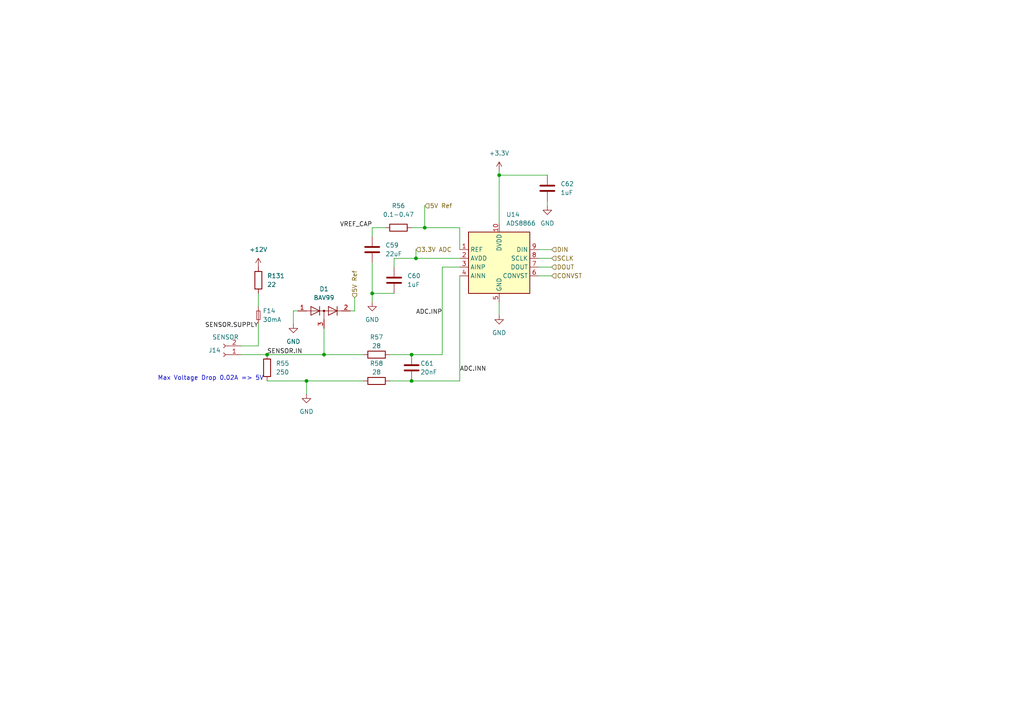
<source format=kicad_sch>
(kicad_sch
	(version 20231120)
	(generator "eeschema")
	(generator_version "8.0")
	(uuid "fc8b8320-171a-423d-9cfa-d9f602804aaf")
	(paper "A4")
	(lib_symbols
		(symbol "Analog_ADC:ADS8866"
			(exclude_from_sim no)
			(in_bom yes)
			(on_board yes)
			(property "Reference" "U"
				(at 6.35 7.62 0)
				(effects
					(font
						(size 1.27 1.27)
					)
				)
			)
			(property "Value" "ADS8866"
				(at -7.62 11.43 0)
				(effects
					(font
						(size 1.27 1.27)
					)
				)
			)
			(property "Footprint" "Package_SO:VSSOP-10_3x3mm_P0.5mm"
				(at 1.27 0 0)
				(effects
					(font
						(size 1.27 1.27)
					)
					(hide yes)
				)
			)
			(property "Datasheet" ""
				(at 1.27 0 0)
				(effects
					(font
						(size 1.27 1.27)
					)
					(hide yes)
				)
			)
			(property "Description" ""
				(at 0 0 0)
				(effects
					(font
						(size 1.27 1.27)
					)
					(hide yes)
				)
			)
			(symbol "ADS8866_0_1"
				(rectangle
					(start -8.89 8.89)
					(end 8.89 -8.89)
					(stroke
						(width 0.254)
						(type default)
					)
					(fill
						(type background)
					)
				)
			)
			(symbol "ADS8866_1_1"
				(pin input line
					(at -11.43 3.81 0)
					(length 2.54)
					(name "REF"
						(effects
							(font
								(size 1.27 1.27)
							)
						)
					)
					(number "1"
						(effects
							(font
								(size 1.27 1.27)
							)
						)
					)
				)
				(pin power_in line
					(at 0 11.43 270)
					(length 2.54)
					(name "DVDD"
						(effects
							(font
								(size 1.27 1.27)
							)
						)
					)
					(number "10"
						(effects
							(font
								(size 1.27 1.27)
							)
						)
					)
				)
				(pin power_in line
					(at -11.43 1.27 0)
					(length 2.54)
					(name "AVDD"
						(effects
							(font
								(size 1.27 1.27)
							)
						)
					)
					(number "2"
						(effects
							(font
								(size 1.27 1.27)
							)
						)
					)
				)
				(pin input line
					(at -11.43 -1.27 0)
					(length 2.54)
					(name "AINP"
						(effects
							(font
								(size 1.27 1.27)
							)
						)
					)
					(number "3"
						(effects
							(font
								(size 1.27 1.27)
							)
						)
					)
				)
				(pin input line
					(at -11.43 -3.81 0)
					(length 2.54)
					(name "AINN"
						(effects
							(font
								(size 1.27 1.27)
							)
						)
					)
					(number "4"
						(effects
							(font
								(size 1.27 1.27)
							)
						)
					)
				)
				(pin power_in line
					(at 0 -11.43 90)
					(length 2.54)
					(name "GND"
						(effects
							(font
								(size 1.27 1.27)
							)
						)
					)
					(number "5"
						(effects
							(font
								(size 1.27 1.27)
							)
						)
					)
				)
				(pin input line
					(at 11.43 -3.81 180)
					(length 2.54)
					(name "CONVST"
						(effects
							(font
								(size 1.27 1.27)
							)
						)
					)
					(number "6"
						(effects
							(font
								(size 1.27 1.27)
							)
						)
					)
				)
				(pin output line
					(at 11.43 -1.27 180)
					(length 2.54)
					(name "DOUT"
						(effects
							(font
								(size 1.27 1.27)
							)
						)
					)
					(number "7"
						(effects
							(font
								(size 1.27 1.27)
							)
						)
					)
				)
				(pin input line
					(at 11.43 1.27 180)
					(length 2.54)
					(name "SCLK"
						(effects
							(font
								(size 1.27 1.27)
							)
						)
					)
					(number "8"
						(effects
							(font
								(size 1.27 1.27)
							)
						)
					)
				)
				(pin input line
					(at 11.43 3.81 180)
					(length 2.54)
					(name "DIN"
						(effects
							(font
								(size 1.27 1.27)
							)
						)
					)
					(number "9"
						(effects
							(font
								(size 1.27 1.27)
							)
						)
					)
				)
			)
		)
		(symbol "Connector:Conn_01x02_Female"
			(pin_names
				(offset 1.016) hide)
			(exclude_from_sim no)
			(in_bom yes)
			(on_board yes)
			(property "Reference" "J"
				(at 0 2.54 0)
				(effects
					(font
						(size 1.27 1.27)
					)
				)
			)
			(property "Value" "Conn_01x02_Female"
				(at 0 -5.08 0)
				(effects
					(font
						(size 1.27 1.27)
					)
				)
			)
			(property "Footprint" ""
				(at 0 0 0)
				(effects
					(font
						(size 1.27 1.27)
					)
					(hide yes)
				)
			)
			(property "Datasheet" "~"
				(at 0 0 0)
				(effects
					(font
						(size 1.27 1.27)
					)
					(hide yes)
				)
			)
			(property "Description" "Generic connector, single row, 01x02, script generated (kicad-library-utils/schlib/autogen/connector/)"
				(at 0 0 0)
				(effects
					(font
						(size 1.27 1.27)
					)
					(hide yes)
				)
			)
			(property "ki_keywords" "connector"
				(at 0 0 0)
				(effects
					(font
						(size 1.27 1.27)
					)
					(hide yes)
				)
			)
			(property "ki_fp_filters" "Connector*:*_1x??_*"
				(at 0 0 0)
				(effects
					(font
						(size 1.27 1.27)
					)
					(hide yes)
				)
			)
			(symbol "Conn_01x02_Female_1_1"
				(arc
					(start 0 -2.032)
					(mid -0.5058 -2.54)
					(end 0 -3.048)
					(stroke
						(width 0.1524)
						(type default)
					)
					(fill
						(type none)
					)
				)
				(polyline
					(pts
						(xy -1.27 -2.54) (xy -0.508 -2.54)
					)
					(stroke
						(width 0.1524)
						(type default)
					)
					(fill
						(type none)
					)
				)
				(polyline
					(pts
						(xy -1.27 0) (xy -0.508 0)
					)
					(stroke
						(width 0.1524)
						(type default)
					)
					(fill
						(type none)
					)
				)
				(arc
					(start 0 0.508)
					(mid -0.5058 0)
					(end 0 -0.508)
					(stroke
						(width 0.1524)
						(type default)
					)
					(fill
						(type none)
					)
				)
				(pin passive line
					(at -5.08 0 0)
					(length 3.81)
					(name "Pin_1"
						(effects
							(font
								(size 1.27 1.27)
							)
						)
					)
					(number "1"
						(effects
							(font
								(size 1.27 1.27)
							)
						)
					)
				)
				(pin passive line
					(at -5.08 -2.54 0)
					(length 3.81)
					(name "Pin_2"
						(effects
							(font
								(size 1.27 1.27)
							)
						)
					)
					(number "2"
						(effects
							(font
								(size 1.27 1.27)
							)
						)
					)
				)
			)
		)
		(symbol "Device:C"
			(pin_numbers hide)
			(pin_names
				(offset 0.254)
			)
			(exclude_from_sim no)
			(in_bom yes)
			(on_board yes)
			(property "Reference" "C"
				(at 0.635 2.54 0)
				(effects
					(font
						(size 1.27 1.27)
					)
					(justify left)
				)
			)
			(property "Value" "C"
				(at 0.635 -2.54 0)
				(effects
					(font
						(size 1.27 1.27)
					)
					(justify left)
				)
			)
			(property "Footprint" ""
				(at 0.9652 -3.81 0)
				(effects
					(font
						(size 1.27 1.27)
					)
					(hide yes)
				)
			)
			(property "Datasheet" "~"
				(at 0 0 0)
				(effects
					(font
						(size 1.27 1.27)
					)
					(hide yes)
				)
			)
			(property "Description" "Unpolarized capacitor"
				(at 0 0 0)
				(effects
					(font
						(size 1.27 1.27)
					)
					(hide yes)
				)
			)
			(property "ki_keywords" "cap capacitor"
				(at 0 0 0)
				(effects
					(font
						(size 1.27 1.27)
					)
					(hide yes)
				)
			)
			(property "ki_fp_filters" "C_*"
				(at 0 0 0)
				(effects
					(font
						(size 1.27 1.27)
					)
					(hide yes)
				)
			)
			(symbol "C_0_1"
				(polyline
					(pts
						(xy -2.032 -0.762) (xy 2.032 -0.762)
					)
					(stroke
						(width 0.508)
						(type default)
					)
					(fill
						(type none)
					)
				)
				(polyline
					(pts
						(xy -2.032 0.762) (xy 2.032 0.762)
					)
					(stroke
						(width 0.508)
						(type default)
					)
					(fill
						(type none)
					)
				)
			)
			(symbol "C_1_1"
				(pin passive line
					(at 0 3.81 270)
					(length 2.794)
					(name "~"
						(effects
							(font
								(size 1.27 1.27)
							)
						)
					)
					(number "1"
						(effects
							(font
								(size 1.27 1.27)
							)
						)
					)
				)
				(pin passive line
					(at 0 -3.81 90)
					(length 2.794)
					(name "~"
						(effects
							(font
								(size 1.27 1.27)
							)
						)
					)
					(number "2"
						(effects
							(font
								(size 1.27 1.27)
							)
						)
					)
				)
			)
		)
		(symbol "Device:Fuse_Small"
			(pin_numbers hide)
			(pin_names
				(offset 0.254) hide)
			(exclude_from_sim no)
			(in_bom yes)
			(on_board yes)
			(property "Reference" "F"
				(at 0 -1.524 0)
				(effects
					(font
						(size 1.27 1.27)
					)
				)
			)
			(property "Value" "Fuse_Small"
				(at 0 1.524 0)
				(effects
					(font
						(size 1.27 1.27)
					)
				)
			)
			(property "Footprint" ""
				(at 0 0 0)
				(effects
					(font
						(size 1.27 1.27)
					)
					(hide yes)
				)
			)
			(property "Datasheet" "~"
				(at 0 0 0)
				(effects
					(font
						(size 1.27 1.27)
					)
					(hide yes)
				)
			)
			(property "Description" "Fuse, small symbol"
				(at 0 0 0)
				(effects
					(font
						(size 1.27 1.27)
					)
					(hide yes)
				)
			)
			(property "ki_keywords" "fuse"
				(at 0 0 0)
				(effects
					(font
						(size 1.27 1.27)
					)
					(hide yes)
				)
			)
			(property "ki_fp_filters" "*Fuse*"
				(at 0 0 0)
				(effects
					(font
						(size 1.27 1.27)
					)
					(hide yes)
				)
			)
			(symbol "Fuse_Small_0_1"
				(rectangle
					(start -1.27 0.508)
					(end 1.27 -0.508)
					(stroke
						(width 0)
						(type default)
					)
					(fill
						(type none)
					)
				)
				(polyline
					(pts
						(xy -1.27 0) (xy 1.27 0)
					)
					(stroke
						(width 0)
						(type default)
					)
					(fill
						(type none)
					)
				)
			)
			(symbol "Fuse_Small_1_1"
				(pin passive line
					(at -2.54 0 0)
					(length 1.27)
					(name "~"
						(effects
							(font
								(size 1.27 1.27)
							)
						)
					)
					(number "1"
						(effects
							(font
								(size 1.27 1.27)
							)
						)
					)
				)
				(pin passive line
					(at 2.54 0 180)
					(length 1.27)
					(name "~"
						(effects
							(font
								(size 1.27 1.27)
							)
						)
					)
					(number "2"
						(effects
							(font
								(size 1.27 1.27)
							)
						)
					)
				)
			)
		)
		(symbol "Device:R"
			(pin_numbers hide)
			(pin_names
				(offset 0)
			)
			(exclude_from_sim no)
			(in_bom yes)
			(on_board yes)
			(property "Reference" "R"
				(at 2.032 0 90)
				(effects
					(font
						(size 1.27 1.27)
					)
				)
			)
			(property "Value" "R"
				(at 0 0 90)
				(effects
					(font
						(size 1.27 1.27)
					)
				)
			)
			(property "Footprint" ""
				(at -1.778 0 90)
				(effects
					(font
						(size 1.27 1.27)
					)
					(hide yes)
				)
			)
			(property "Datasheet" "~"
				(at 0 0 0)
				(effects
					(font
						(size 1.27 1.27)
					)
					(hide yes)
				)
			)
			(property "Description" "Resistor"
				(at 0 0 0)
				(effects
					(font
						(size 1.27 1.27)
					)
					(hide yes)
				)
			)
			(property "ki_keywords" "R res resistor"
				(at 0 0 0)
				(effects
					(font
						(size 1.27 1.27)
					)
					(hide yes)
				)
			)
			(property "ki_fp_filters" "R_*"
				(at 0 0 0)
				(effects
					(font
						(size 1.27 1.27)
					)
					(hide yes)
				)
			)
			(symbol "R_0_1"
				(rectangle
					(start -1.016 -2.54)
					(end 1.016 2.54)
					(stroke
						(width 0.254)
						(type default)
					)
					(fill
						(type none)
					)
				)
			)
			(symbol "R_1_1"
				(pin passive line
					(at 0 3.81 270)
					(length 1.27)
					(name "~"
						(effects
							(font
								(size 1.27 1.27)
							)
						)
					)
					(number "1"
						(effects
							(font
								(size 1.27 1.27)
							)
						)
					)
				)
				(pin passive line
					(at 0 -3.81 90)
					(length 1.27)
					(name "~"
						(effects
							(font
								(size 1.27 1.27)
							)
						)
					)
					(number "2"
						(effects
							(font
								(size 1.27 1.27)
							)
						)
					)
				)
			)
		)
		(symbol "Diode:BAV99"
			(pin_names hide)
			(exclude_from_sim no)
			(in_bom yes)
			(on_board yes)
			(property "Reference" "D"
				(at 0 5.08 0)
				(effects
					(font
						(size 1.27 1.27)
					)
				)
			)
			(property "Value" "BAV99"
				(at 0 2.54 0)
				(effects
					(font
						(size 1.27 1.27)
					)
				)
			)
			(property "Footprint" "Package_TO_SOT_SMD:SOT-23"
				(at 0 -12.7 0)
				(effects
					(font
						(size 1.27 1.27)
					)
					(hide yes)
				)
			)
			(property "Datasheet" "https://assets.nexperia.com/documents/data-sheet/BAV99_SER.pdf"
				(at 0 0 0)
				(effects
					(font
						(size 1.27 1.27)
					)
					(hide yes)
				)
			)
			(property "Description" "BAV99 High-speed switching diodes, SOT-23"
				(at 0 0 0)
				(effects
					(font
						(size 1.27 1.27)
					)
					(hide yes)
				)
			)
			(property "ki_keywords" "diode"
				(at 0 0 0)
				(effects
					(font
						(size 1.27 1.27)
					)
					(hide yes)
				)
			)
			(property "ki_fp_filters" "SOT?23*"
				(at 0 0 0)
				(effects
					(font
						(size 1.27 1.27)
					)
					(hide yes)
				)
			)
			(symbol "BAV99_0_1"
				(polyline
					(pts
						(xy -5.08 0) (xy 5.08 0)
					)
					(stroke
						(width 0)
						(type default)
					)
					(fill
						(type none)
					)
				)
			)
			(symbol "BAV99_1_1"
				(polyline
					(pts
						(xy 0 0) (xy 0 -2.54)
					)
					(stroke
						(width 0)
						(type default)
					)
					(fill
						(type none)
					)
				)
				(polyline
					(pts
						(xy -1.27 -1.27) (xy -1.27 1.27) (xy -1.27 1.27)
					)
					(stroke
						(width 0.2032)
						(type default)
					)
					(fill
						(type none)
					)
				)
				(polyline
					(pts
						(xy 3.81 1.27) (xy 3.81 -1.27) (xy 3.81 -1.27)
					)
					(stroke
						(width 0.2032)
						(type default)
					)
					(fill
						(type none)
					)
				)
				(polyline
					(pts
						(xy -3.81 1.27) (xy -1.27 0) (xy -3.81 -1.27) (xy -3.81 1.27) (xy -3.81 1.27) (xy -3.81 1.27)
					)
					(stroke
						(width 0.2032)
						(type default)
					)
					(fill
						(type none)
					)
				)
				(polyline
					(pts
						(xy 1.27 1.27) (xy 3.81 0) (xy 1.27 -1.27) (xy 1.27 1.27) (xy 1.27 1.27) (xy 1.27 1.27)
					)
					(stroke
						(width 0.2032)
						(type default)
					)
					(fill
						(type none)
					)
				)
				(circle
					(center 0 0)
					(radius 0.254)
					(stroke
						(width 0)
						(type default)
					)
					(fill
						(type outline)
					)
				)
				(pin passive line
					(at -7.62 0 0)
					(length 2.54)
					(name "K"
						(effects
							(font
								(size 1.27 1.27)
							)
						)
					)
					(number "1"
						(effects
							(font
								(size 1.27 1.27)
							)
						)
					)
				)
				(pin passive line
					(at 7.62 0 180)
					(length 2.54)
					(name "A"
						(effects
							(font
								(size 1.27 1.27)
							)
						)
					)
					(number "2"
						(effects
							(font
								(size 1.27 1.27)
							)
						)
					)
				)
				(pin passive line
					(at 0 -5.08 90)
					(length 2.54)
					(name "K"
						(effects
							(font
								(size 1.27 1.27)
							)
						)
					)
					(number "3"
						(effects
							(font
								(size 1.27 1.27)
							)
						)
					)
				)
			)
		)
		(symbol "GND_1"
			(power)
			(pin_names
				(offset 0)
			)
			(exclude_from_sim no)
			(in_bom yes)
			(on_board yes)
			(property "Reference" "#PWR"
				(at 0 -6.35 0)
				(effects
					(font
						(size 1.27 1.27)
					)
					(hide yes)
				)
			)
			(property "Value" "GND_1"
				(at 0 -3.81 0)
				(effects
					(font
						(size 1.27 1.27)
					)
				)
			)
			(property "Footprint" ""
				(at 0 0 0)
				(effects
					(font
						(size 1.27 1.27)
					)
					(hide yes)
				)
			)
			(property "Datasheet" ""
				(at 0 0 0)
				(effects
					(font
						(size 1.27 1.27)
					)
					(hide yes)
				)
			)
			(property "Description" "Power symbol creates a global label with name \"GND\" , ground"
				(at 0 0 0)
				(effects
					(font
						(size 1.27 1.27)
					)
					(hide yes)
				)
			)
			(property "ki_keywords" "global power"
				(at 0 0 0)
				(effects
					(font
						(size 1.27 1.27)
					)
					(hide yes)
				)
			)
			(symbol "GND_1_0_1"
				(polyline
					(pts
						(xy 0 0) (xy 0 -1.27) (xy 1.27 -1.27) (xy 0 -2.54) (xy -1.27 -1.27) (xy 0 -1.27)
					)
					(stroke
						(width 0)
						(type default)
					)
					(fill
						(type none)
					)
				)
			)
			(symbol "GND_1_1_1"
				(pin power_in line
					(at 0 0 270)
					(length 0) hide
					(name "GND"
						(effects
							(font
								(size 1.27 1.27)
							)
						)
					)
					(number "1"
						(effects
							(font
								(size 1.27 1.27)
							)
						)
					)
				)
			)
		)
		(symbol "power:+12V"
			(power)
			(pin_names
				(offset 0)
			)
			(exclude_from_sim no)
			(in_bom yes)
			(on_board yes)
			(property "Reference" "#PWR"
				(at 0 -3.81 0)
				(effects
					(font
						(size 1.27 1.27)
					)
					(hide yes)
				)
			)
			(property "Value" "+12V"
				(at 0 3.556 0)
				(effects
					(font
						(size 1.27 1.27)
					)
				)
			)
			(property "Footprint" ""
				(at 0 0 0)
				(effects
					(font
						(size 1.27 1.27)
					)
					(hide yes)
				)
			)
			(property "Datasheet" ""
				(at 0 0 0)
				(effects
					(font
						(size 1.27 1.27)
					)
					(hide yes)
				)
			)
			(property "Description" "Power symbol creates a global label with name \"+12V\""
				(at 0 0 0)
				(effects
					(font
						(size 1.27 1.27)
					)
					(hide yes)
				)
			)
			(property "ki_keywords" "global power"
				(at 0 0 0)
				(effects
					(font
						(size 1.27 1.27)
					)
					(hide yes)
				)
			)
			(symbol "+12V_0_1"
				(polyline
					(pts
						(xy -0.762 1.27) (xy 0 2.54)
					)
					(stroke
						(width 0)
						(type default)
					)
					(fill
						(type none)
					)
				)
				(polyline
					(pts
						(xy 0 0) (xy 0 2.54)
					)
					(stroke
						(width 0)
						(type default)
					)
					(fill
						(type none)
					)
				)
				(polyline
					(pts
						(xy 0 2.54) (xy 0.762 1.27)
					)
					(stroke
						(width 0)
						(type default)
					)
					(fill
						(type none)
					)
				)
			)
			(symbol "+12V_1_1"
				(pin power_in line
					(at 0 0 90)
					(length 0) hide
					(name "+12V"
						(effects
							(font
								(size 1.27 1.27)
							)
						)
					)
					(number "1"
						(effects
							(font
								(size 1.27 1.27)
							)
						)
					)
				)
			)
		)
		(symbol "power:+3.3V"
			(power)
			(pin_names
				(offset 0)
			)
			(exclude_from_sim no)
			(in_bom yes)
			(on_board yes)
			(property "Reference" "#PWR"
				(at 0 -3.81 0)
				(effects
					(font
						(size 1.27 1.27)
					)
					(hide yes)
				)
			)
			(property "Value" "+3.3V"
				(at 0 3.556 0)
				(effects
					(font
						(size 1.27 1.27)
					)
				)
			)
			(property "Footprint" ""
				(at 0 0 0)
				(effects
					(font
						(size 1.27 1.27)
					)
					(hide yes)
				)
			)
			(property "Datasheet" ""
				(at 0 0 0)
				(effects
					(font
						(size 1.27 1.27)
					)
					(hide yes)
				)
			)
			(property "Description" "Power symbol creates a global label with name \"+3.3V\""
				(at 0 0 0)
				(effects
					(font
						(size 1.27 1.27)
					)
					(hide yes)
				)
			)
			(property "ki_keywords" "global power"
				(at 0 0 0)
				(effects
					(font
						(size 1.27 1.27)
					)
					(hide yes)
				)
			)
			(symbol "+3.3V_0_1"
				(polyline
					(pts
						(xy -0.762 1.27) (xy 0 2.54)
					)
					(stroke
						(width 0)
						(type default)
					)
					(fill
						(type none)
					)
				)
				(polyline
					(pts
						(xy 0 0) (xy 0 2.54)
					)
					(stroke
						(width 0)
						(type default)
					)
					(fill
						(type none)
					)
				)
				(polyline
					(pts
						(xy 0 2.54) (xy 0.762 1.27)
					)
					(stroke
						(width 0)
						(type default)
					)
					(fill
						(type none)
					)
				)
			)
			(symbol "+3.3V_1_1"
				(pin power_in line
					(at 0 0 90)
					(length 0) hide
					(name "+3.3V"
						(effects
							(font
								(size 1.27 1.27)
							)
						)
					)
					(number "1"
						(effects
							(font
								(size 1.27 1.27)
							)
						)
					)
				)
			)
		)
	)
	(junction
		(at 119.38 102.87)
		(diameter 0)
		(color 0 0 0 0)
		(uuid "06a5b6b9-988d-4cd8-b2c3-7333251d43bf")
	)
	(junction
		(at 107.95 85.09)
		(diameter 0)
		(color 0 0 0 0)
		(uuid "2d8cd38e-14f0-42e4-868c-8450617b5d02")
	)
	(junction
		(at 77.47 102.87)
		(diameter 0)
		(color 0 0 0 0)
		(uuid "3c957f60-b327-454c-a51b-3ff57ce1f266")
	)
	(junction
		(at 93.98 102.87)
		(diameter 0)
		(color 0 0 0 0)
		(uuid "68fb20bb-07ee-42bd-9ef3-e676a8febfa7")
	)
	(junction
		(at 119.38 110.49)
		(diameter 0)
		(color 0 0 0 0)
		(uuid "708328e5-3b60-45ac-8af9-8e235562e0c1")
	)
	(junction
		(at 144.78 50.8)
		(diameter 0)
		(color 0 0 0 0)
		(uuid "785b7f8b-a367-4e98-84c3-851733ebae3d")
	)
	(junction
		(at 123.19 66.04)
		(diameter 0)
		(color 0 0 0 0)
		(uuid "9adb12cc-d23c-43c2-8112-89cb20d138b5")
	)
	(junction
		(at 120.65 74.93)
		(diameter 0)
		(color 0 0 0 0)
		(uuid "dfef845a-8aed-4064-833a-5373cbc43d76")
	)
	(junction
		(at 88.9 110.49)
		(diameter 0)
		(color 0 0 0 0)
		(uuid "eb5c6c81-deb6-4684-99aa-d1581a3983fc")
	)
	(wire
		(pts
			(xy 114.3 74.93) (xy 120.65 74.93)
		)
		(stroke
			(width 0)
			(type default)
		)
		(uuid "06fd54ff-347c-4be5-8a0b-d7e47bcd2572")
	)
	(wire
		(pts
			(xy 144.78 50.8) (xy 144.78 64.77)
		)
		(stroke
			(width 0)
			(type default)
		)
		(uuid "08f1cecc-bc9e-4904-84c9-7babd2591d41")
	)
	(wire
		(pts
			(xy 93.98 102.87) (xy 105.41 102.87)
		)
		(stroke
			(width 0)
			(type default)
		)
		(uuid "090f1650-868b-407e-9370-83033d7becd4")
	)
	(wire
		(pts
			(xy 77.47 110.49) (xy 88.9 110.49)
		)
		(stroke
			(width 0)
			(type default)
		)
		(uuid "0b029124-ece9-4548-bc23-e6bd1e10e882")
	)
	(wire
		(pts
			(xy 102.87 90.17) (xy 101.6 90.17)
		)
		(stroke
			(width 0)
			(type default)
		)
		(uuid "14e042fa-76f0-4483-82c3-a15368c35594")
	)
	(wire
		(pts
			(xy 119.38 102.87) (xy 128.27 102.87)
		)
		(stroke
			(width 0)
			(type default)
		)
		(uuid "1e421f8f-32ea-47a9-94a6-22ebd4ee04fe")
	)
	(wire
		(pts
			(xy 77.47 102.87) (xy 93.98 102.87)
		)
		(stroke
			(width 0)
			(type default)
		)
		(uuid "222c97ac-aea5-4e57-9ae4-2afacdf6b796")
	)
	(wire
		(pts
			(xy 144.78 49.53) (xy 144.78 50.8)
		)
		(stroke
			(width 0)
			(type default)
		)
		(uuid "22cad015-00ef-40a0-8012-665e83450b1b")
	)
	(wire
		(pts
			(xy 107.95 76.2) (xy 107.95 85.09)
		)
		(stroke
			(width 0)
			(type default)
		)
		(uuid "275d27f0-4f64-49a6-a62f-0e5591483d1f")
	)
	(wire
		(pts
			(xy 133.35 72.39) (xy 133.35 66.04)
		)
		(stroke
			(width 0)
			(type default)
		)
		(uuid "2eef1f88-48d4-46c6-99f3-bae546c1209c")
	)
	(wire
		(pts
			(xy 120.65 72.39) (xy 120.65 74.93)
		)
		(stroke
			(width 0)
			(type default)
		)
		(uuid "3e0a7a22-868b-444d-b506-68915ce1e82b")
	)
	(wire
		(pts
			(xy 156.21 74.93) (xy 160.02 74.93)
		)
		(stroke
			(width 0)
			(type default)
		)
		(uuid "3fcb9cbe-4d88-4bd8-a441-e1e4470d7433")
	)
	(wire
		(pts
			(xy 88.9 110.49) (xy 105.41 110.49)
		)
		(stroke
			(width 0)
			(type default)
		)
		(uuid "42dc9f42-b5a7-4366-a8c9-279323c43f53")
	)
	(wire
		(pts
			(xy 133.35 66.04) (xy 123.19 66.04)
		)
		(stroke
			(width 0)
			(type default)
		)
		(uuid "4df5c1ff-05f5-4401-ae68-6093d4285973")
	)
	(wire
		(pts
			(xy 156.21 80.01) (xy 160.02 80.01)
		)
		(stroke
			(width 0)
			(type default)
		)
		(uuid "4eac7773-5955-4a2c-a1de-e9c9e237ba10")
	)
	(wire
		(pts
			(xy 119.38 110.49) (xy 133.35 110.49)
		)
		(stroke
			(width 0)
			(type default)
		)
		(uuid "61d1274f-4efe-427b-ac0d-c47b03ed4514")
	)
	(wire
		(pts
			(xy 133.35 80.01) (xy 133.35 110.49)
		)
		(stroke
			(width 0)
			(type default)
		)
		(uuid "625d7dff-950a-4605-a111-688cc935a7ca")
	)
	(wire
		(pts
			(xy 107.95 66.04) (xy 107.95 68.58)
		)
		(stroke
			(width 0)
			(type default)
		)
		(uuid "6689e630-b85d-4e86-b8dd-565d251ee267")
	)
	(wire
		(pts
			(xy 102.87 86.36) (xy 102.87 90.17)
		)
		(stroke
			(width 0)
			(type default)
		)
		(uuid "70fcf808-4018-448a-840d-eddd0def0d3b")
	)
	(wire
		(pts
			(xy 144.78 50.8) (xy 158.75 50.8)
		)
		(stroke
			(width 0)
			(type default)
		)
		(uuid "7393e1f1-1f94-4914-a574-2227212c0505")
	)
	(wire
		(pts
			(xy 158.75 58.42) (xy 158.75 59.69)
		)
		(stroke
			(width 0)
			(type default)
		)
		(uuid "764a85e8-697d-4777-933d-998134ed016f")
	)
	(wire
		(pts
			(xy 123.19 59.69) (xy 123.19 66.04)
		)
		(stroke
			(width 0)
			(type default)
		)
		(uuid "76a09368-67bf-410e-ad3c-16d73441880e")
	)
	(wire
		(pts
			(xy 144.78 87.63) (xy 144.78 91.44)
		)
		(stroke
			(width 0)
			(type default)
		)
		(uuid "7f96c13a-c525-4d6e-9bb8-763f7c12f49f")
	)
	(wire
		(pts
			(xy 85.09 90.17) (xy 85.09 93.98)
		)
		(stroke
			(width 0)
			(type default)
		)
		(uuid "8519a14b-f209-449e-a4f4-436cafcadc25")
	)
	(wire
		(pts
			(xy 93.98 95.25) (xy 93.98 102.87)
		)
		(stroke
			(width 0)
			(type default)
		)
		(uuid "95ea2334-13a5-4ca3-947e-4b927025082b")
	)
	(wire
		(pts
			(xy 107.95 85.09) (xy 107.95 87.63)
		)
		(stroke
			(width 0)
			(type default)
		)
		(uuid "968bc817-499e-4011-8089-397889a3d9a8")
	)
	(wire
		(pts
			(xy 74.93 85.09) (xy 74.93 88.9)
		)
		(stroke
			(width 0)
			(type default)
		)
		(uuid "96e14fa0-89d4-4c09-87ea-4061db7d5ec6")
	)
	(wire
		(pts
			(xy 119.38 66.04) (xy 123.19 66.04)
		)
		(stroke
			(width 0)
			(type default)
		)
		(uuid "9b8db984-f316-49a4-aa04-299fa937b770")
	)
	(wire
		(pts
			(xy 107.95 85.09) (xy 114.3 85.09)
		)
		(stroke
			(width 0)
			(type default)
		)
		(uuid "9fe6bd4d-5dc8-4eb9-929b-335f0285afc2")
	)
	(wire
		(pts
			(xy 86.36 90.17) (xy 85.09 90.17)
		)
		(stroke
			(width 0)
			(type default)
		)
		(uuid "a5fcadf6-5e91-47ac-a929-30616c674068")
	)
	(wire
		(pts
			(xy 133.35 77.47) (xy 128.27 77.47)
		)
		(stroke
			(width 0)
			(type default)
		)
		(uuid "ab861e0c-ea37-43f4-9c7f-1dc55f18c5d8")
	)
	(wire
		(pts
			(xy 74.93 93.98) (xy 74.93 100.33)
		)
		(stroke
			(width 0)
			(type default)
		)
		(uuid "b4b6c977-183c-4903-b754-aa37d85ebdd7")
	)
	(wire
		(pts
			(xy 128.27 77.47) (xy 128.27 102.87)
		)
		(stroke
			(width 0)
			(type default)
		)
		(uuid "c32ac8fd-ba0b-4c4a-90cf-f03a63174361")
	)
	(wire
		(pts
			(xy 88.9 114.3) (xy 88.9 110.49)
		)
		(stroke
			(width 0)
			(type default)
		)
		(uuid "d0451cde-3dd5-4eaa-a610-92c31219967c")
	)
	(wire
		(pts
			(xy 156.21 77.47) (xy 160.02 77.47)
		)
		(stroke
			(width 0)
			(type default)
		)
		(uuid "d30bedb1-1aab-403c-a479-ed6ab963d1bc")
	)
	(wire
		(pts
			(xy 111.76 66.04) (xy 107.95 66.04)
		)
		(stroke
			(width 0)
			(type default)
		)
		(uuid "d9b3abf3-15d4-4e84-9096-8bb48128ca5b")
	)
	(wire
		(pts
			(xy 113.03 110.49) (xy 119.38 110.49)
		)
		(stroke
			(width 0)
			(type default)
		)
		(uuid "da2ceaea-f0bf-4f25-8b38-62f2b6de9a93")
	)
	(wire
		(pts
			(xy 114.3 77.47) (xy 114.3 74.93)
		)
		(stroke
			(width 0)
			(type default)
		)
		(uuid "dc79c380-a608-4db7-abf5-4ab96146093b")
	)
	(wire
		(pts
			(xy 69.85 102.87) (xy 77.47 102.87)
		)
		(stroke
			(width 0)
			(type default)
		)
		(uuid "ea9c2788-7f84-4306-990e-0623c2a2cf1e")
	)
	(wire
		(pts
			(xy 113.03 102.87) (xy 119.38 102.87)
		)
		(stroke
			(width 0)
			(type default)
		)
		(uuid "f00def2c-f75c-41dc-a04c-0be0b359913b")
	)
	(wire
		(pts
			(xy 120.65 74.93) (xy 133.35 74.93)
		)
		(stroke
			(width 0)
			(type default)
		)
		(uuid "f467ae0a-7eea-4e26-93ae-ef701118d04b")
	)
	(wire
		(pts
			(xy 156.21 72.39) (xy 160.02 72.39)
		)
		(stroke
			(width 0)
			(type default)
		)
		(uuid "fb8c5a70-b804-4b27-ae94-8a955ca36cbc")
	)
	(wire
		(pts
			(xy 74.93 100.33) (xy 69.85 100.33)
		)
		(stroke
			(width 0)
			(type default)
		)
		(uuid "fcdc761f-5f74-4a5c-bd8a-d709535d2e7d")
	)
	(text "Max Voltage Drop 0.02A => 5V"
		(exclude_from_sim no)
		(at 45.72 110.49 0)
		(effects
			(font
				(size 1.27 1.27)
			)
			(justify left bottom)
		)
		(uuid "c1636bc6-b5a6-4d07-9f0b-4a9c2a18ab21")
	)
	(label "VREF_CAP"
		(at 107.95 66.04 180)
		(fields_autoplaced yes)
		(effects
			(font
				(size 1.27 1.27)
			)
			(justify right bottom)
		)
		(uuid "12404a98-432f-4634-970b-0e2617146657")
	)
	(label "ADC.INP"
		(at 128.27 91.44 180)
		(fields_autoplaced yes)
		(effects
			(font
				(size 1.27 1.27)
			)
			(justify right bottom)
		)
		(uuid "6b2bb04a-ff46-4b22-ae49-2eda72d530b2")
	)
	(label "SENSOR.SUPPLY"
		(at 74.93 95.25 180)
		(fields_autoplaced yes)
		(effects
			(font
				(size 1.27 1.27)
			)
			(justify right bottom)
		)
		(uuid "8dc5c1f0-2505-46eb-8fa0-113d54832dce")
	)
	(label "SENSOR.IN"
		(at 77.47 102.87 0)
		(fields_autoplaced yes)
		(effects
			(font
				(size 1.27 1.27)
			)
			(justify left bottom)
		)
		(uuid "c0c42341-45be-45d5-8d4c-ea658dec4e30")
	)
	(label "ADC.INN"
		(at 133.35 107.95 0)
		(fields_autoplaced yes)
		(effects
			(font
				(size 1.27 1.27)
			)
			(justify left bottom)
		)
		(uuid "c0ff5ad9-7ccc-4cd7-924c-14cb353e663b")
	)
	(hierarchical_label "CONVST"
		(shape input)
		(at 160.02 80.01 0)
		(fields_autoplaced yes)
		(effects
			(font
				(size 1.27 1.27)
			)
			(justify left)
		)
		(uuid "1b420fd1-44c0-48e4-b9a9-db24f5a5a214")
	)
	(hierarchical_label "5V Ref"
		(shape input)
		(at 123.19 59.69 0)
		(fields_autoplaced yes)
		(effects
			(font
				(size 1.27 1.27)
			)
			(justify left)
		)
		(uuid "2b55d165-d181-425c-99ae-1b18e4ea2f19")
	)
	(hierarchical_label "DIN"
		(shape input)
		(at 160.02 72.39 0)
		(fields_autoplaced yes)
		(effects
			(font
				(size 1.27 1.27)
			)
			(justify left)
		)
		(uuid "2e259042-cd37-4d4b-91f9-b71210d358df")
	)
	(hierarchical_label "DOUT"
		(shape input)
		(at 160.02 77.47 0)
		(fields_autoplaced yes)
		(effects
			(font
				(size 1.27 1.27)
			)
			(justify left)
		)
		(uuid "805603f9-33b0-4ca4-8559-deade69af079")
	)
	(hierarchical_label "5V Ref"
		(shape input)
		(at 102.87 86.36 90)
		(fields_autoplaced yes)
		(effects
			(font
				(size 1.27 1.27)
			)
			(justify left)
		)
		(uuid "b3add818-24e6-4cb3-bbfe-b0504e6e7019")
	)
	(hierarchical_label "3.3V ADC"
		(shape input)
		(at 120.65 72.39 0)
		(fields_autoplaced yes)
		(effects
			(font
				(size 1.27 1.27)
			)
			(justify left)
		)
		(uuid "d624fd1f-eaf2-4437-b724-112ba68b6772")
	)
	(hierarchical_label "SCLK"
		(shape input)
		(at 160.02 74.93 0)
		(fields_autoplaced yes)
		(effects
			(font
				(size 1.27 1.27)
			)
			(justify left)
		)
		(uuid "e89e7864-4064-4469-bea1-3e96aeacb2b0")
	)
	(symbol
		(lib_id "Device:R")
		(at 109.22 102.87 90)
		(unit 1)
		(exclude_from_sim no)
		(in_bom yes)
		(on_board yes)
		(dnp no)
		(uuid "007d9738-6074-4e9b-9c6f-5843f9dc04c3")
		(property "Reference" "R57"
			(at 109.22 97.79 90)
			(effects
				(font
					(size 1.27 1.27)
				)
			)
		)
		(property "Value" "28"
			(at 109.22 100.33 90)
			(effects
				(font
					(size 1.27 1.27)
				)
			)
		)
		(property "Footprint" "Resistor_SMD:R_0603_1608Metric_Pad0.98x0.95mm_HandSolder"
			(at 109.22 104.648 90)
			(effects
				(font
					(size 1.27 1.27)
				)
				(hide yes)
			)
		)
		(property "Datasheet" "https://www.mouser.co.uk/ProductDetail/YAGEO/RT0603BRD074R7L?qs=1X5yxNMcnLxNROiH%252BeEegA%3D%3D"
			(at 109.22 102.87 0)
			(effects
				(font
					(size 1.27 1.27)
				)
				(hide yes)
			)
		)
		(property "Description" ""
			(at 109.22 102.87 0)
			(effects
				(font
					(size 1.27 1.27)
				)
				(hide yes)
			)
		)
		(property "LCSC" "C217932"
			(at 109.22 102.87 90)
			(effects
				(font
					(size 1.27 1.27)
				)
				(hide yes)
			)
		)
		(pin "1"
			(uuid "92d6a2ae-e72e-4c26-83f6-7747903d341e")
		)
		(pin "2"
			(uuid "ac55f61d-1b64-4296-8783-704883d0936a")
		)
		(instances
			(project "DAQ_Teensy"
				(path "/67614b2b-61f2-4e31-8c39-3cb652c08df1/8d69bac9-8467-4e6c-b6ab-27067f5f9907/0badea59-72fa-4422-811d-0478c45465a1"
					(reference "R57")
					(unit 1)
				)
				(path "/67614b2b-61f2-4e31-8c39-3cb652c08df1/8d69bac9-8467-4e6c-b6ab-27067f5f9907/20e48b59-4b1a-4893-b5e4-e7c65616cb0e"
					(reference "R69")
					(unit 1)
				)
				(path "/67614b2b-61f2-4e31-8c39-3cb652c08df1/8d69bac9-8467-4e6c-b6ab-27067f5f9907/3519f27e-f2d6-44b0-8a9e-863d34a1e2be"
					(reference "R61")
					(unit 1)
				)
				(path "/67614b2b-61f2-4e31-8c39-3cb652c08df1/8d69bac9-8467-4e6c-b6ab-27067f5f9907/35a753fb-ff4e-4499-9041-a2bcf359eff0"
					(reference "R77")
					(unit 1)
				)
				(path "/67614b2b-61f2-4e31-8c39-3cb652c08df1/8d69bac9-8467-4e6c-b6ab-27067f5f9907/37d9e312-dd1c-4542-a5a6-f154f69cb2ca"
					(reference "R101")
					(unit 1)
				)
				(path "/67614b2b-61f2-4e31-8c39-3cb652c08df1/8d69bac9-8467-4e6c-b6ab-27067f5f9907/5dbb566a-6d7a-40a8-bbf3-7f1bd0fdbbdc"
					(reference "R97")
					(unit 1)
				)
				(path "/67614b2b-61f2-4e31-8c39-3cb652c08df1/8d69bac9-8467-4e6c-b6ab-27067f5f9907/793ea022-58ed-45a6-89a2-e493d9768bfc"
					(reference "R81")
					(unit 1)
				)
				(path "/67614b2b-61f2-4e31-8c39-3cb652c08df1/8d69bac9-8467-4e6c-b6ab-27067f5f9907/95fab8e0-2465-4aac-934e-e0c2ec292b32"
					(reference "R65")
					(unit 1)
				)
				(path "/67614b2b-61f2-4e31-8c39-3cb652c08df1/8d69bac9-8467-4e6c-b6ab-27067f5f9907/9f66ed22-4711-4117-b54b-a6aee94eefa5"
					(reference "R73")
					(unit 1)
				)
				(path "/67614b2b-61f2-4e31-8c39-3cb652c08df1/8d69bac9-8467-4e6c-b6ab-27067f5f9907/ac5c0299-e963-4f8b-9fd3-15f5104ee20c"
					(reference "R89")
					(unit 1)
				)
				(path "/67614b2b-61f2-4e31-8c39-3cb652c08df1/8d69bac9-8467-4e6c-b6ab-27067f5f9907/bcc1fa97-f678-4d52-a0af-3895d6414258"
					(reference "R85")
					(unit 1)
				)
				(path "/67614b2b-61f2-4e31-8c39-3cb652c08df1/8d69bac9-8467-4e6c-b6ab-27067f5f9907/d8daeb63-cfe9-455a-b433-b5ee2034012b"
					(reference "R93")
					(unit 1)
				)
			)
		)
	)
	(symbol
		(lib_name "GND_1")
		(lib_id "power:GND")
		(at 144.78 91.44 0)
		(unit 1)
		(exclude_from_sim no)
		(in_bom yes)
		(on_board yes)
		(dnp no)
		(fields_autoplaced yes)
		(uuid "09216110-3769-4f88-84f7-54bf8a8b7e5b")
		(property "Reference" "#PWR0222"
			(at 144.78 97.79 0)
			(effects
				(font
					(size 1.27 1.27)
				)
				(hide yes)
			)
		)
		(property "Value" "GND"
			(at 144.78 96.52 0)
			(effects
				(font
					(size 1.27 1.27)
				)
			)
		)
		(property "Footprint" ""
			(at 144.78 91.44 0)
			(effects
				(font
					(size 1.27 1.27)
				)
				(hide yes)
			)
		)
		(property "Datasheet" ""
			(at 144.78 91.44 0)
			(effects
				(font
					(size 1.27 1.27)
				)
				(hide yes)
			)
		)
		(property "Description" ""
			(at 144.78 91.44 0)
			(effects
				(font
					(size 1.27 1.27)
				)
				(hide yes)
			)
		)
		(pin "1"
			(uuid "592418ad-43b1-445f-8ad3-0fb019f7c37b")
		)
		(instances
			(project "DAQ_Teensy"
				(path "/67614b2b-61f2-4e31-8c39-3cb652c08df1/8d69bac9-8467-4e6c-b6ab-27067f5f9907/0badea59-72fa-4422-811d-0478c45465a1"
					(reference "#PWR0222")
					(unit 1)
				)
				(path "/67614b2b-61f2-4e31-8c39-3cb652c08df1/8d69bac9-8467-4e6c-b6ab-27067f5f9907/20e48b59-4b1a-4893-b5e4-e7c65616cb0e"
					(reference "#PWR0246")
					(unit 1)
				)
				(path "/67614b2b-61f2-4e31-8c39-3cb652c08df1/8d69bac9-8467-4e6c-b6ab-27067f5f9907/3519f27e-f2d6-44b0-8a9e-863d34a1e2be"
					(reference "#PWR0230")
					(unit 1)
				)
				(path "/67614b2b-61f2-4e31-8c39-3cb652c08df1/8d69bac9-8467-4e6c-b6ab-27067f5f9907/35a753fb-ff4e-4499-9041-a2bcf359eff0"
					(reference "#PWR0262")
					(unit 1)
				)
				(path "/67614b2b-61f2-4e31-8c39-3cb652c08df1/8d69bac9-8467-4e6c-b6ab-27067f5f9907/37d9e312-dd1c-4542-a5a6-f154f69cb2ca"
					(reference "#PWR0310")
					(unit 1)
				)
				(path "/67614b2b-61f2-4e31-8c39-3cb652c08df1/8d69bac9-8467-4e6c-b6ab-27067f5f9907/5dbb566a-6d7a-40a8-bbf3-7f1bd0fdbbdc"
					(reference "#PWR0302")
					(unit 1)
				)
				(path "/67614b2b-61f2-4e31-8c39-3cb652c08df1/8d69bac9-8467-4e6c-b6ab-27067f5f9907/793ea022-58ed-45a6-89a2-e493d9768bfc"
					(reference "#PWR0270")
					(unit 1)
				)
				(path "/67614b2b-61f2-4e31-8c39-3cb652c08df1/8d69bac9-8467-4e6c-b6ab-27067f5f9907/95fab8e0-2465-4aac-934e-e0c2ec292b32"
					(reference "#PWR0238")
					(unit 1)
				)
				(path "/67614b2b-61f2-4e31-8c39-3cb652c08df1/8d69bac9-8467-4e6c-b6ab-27067f5f9907/9f66ed22-4711-4117-b54b-a6aee94eefa5"
					(reference "#PWR0254")
					(unit 1)
				)
				(path "/67614b2b-61f2-4e31-8c39-3cb652c08df1/8d69bac9-8467-4e6c-b6ab-27067f5f9907/ac5c0299-e963-4f8b-9fd3-15f5104ee20c"
					(reference "#PWR0286")
					(unit 1)
				)
				(path "/67614b2b-61f2-4e31-8c39-3cb652c08df1/8d69bac9-8467-4e6c-b6ab-27067f5f9907/bcc1fa97-f678-4d52-a0af-3895d6414258"
					(reference "#PWR0278")
					(unit 1)
				)
				(path "/67614b2b-61f2-4e31-8c39-3cb652c08df1/8d69bac9-8467-4e6c-b6ab-27067f5f9907/d8daeb63-cfe9-455a-b433-b5ee2034012b"
					(reference "#PWR0294")
					(unit 1)
				)
			)
		)
	)
	(symbol
		(lib_id "Device:C")
		(at 158.75 54.61 0)
		(unit 1)
		(exclude_from_sim no)
		(in_bom yes)
		(on_board yes)
		(dnp no)
		(fields_autoplaced yes)
		(uuid "1209f143-1bcc-485a-a079-77f7d9d7ecb0")
		(property "Reference" "C62"
			(at 162.56 53.3399 0)
			(effects
				(font
					(size 1.27 1.27)
				)
				(justify left)
			)
		)
		(property "Value" "1uF"
			(at 162.56 55.8799 0)
			(effects
				(font
					(size 1.27 1.27)
				)
				(justify left)
			)
		)
		(property "Footprint" "Capacitor_SMD:C_0603_1608Metric_Pad1.08x0.95mm_HandSolder"
			(at 159.7152 58.42 0)
			(effects
				(font
					(size 1.27 1.27)
				)
				(hide yes)
			)
		)
		(property "Datasheet" "~"
			(at 158.75 54.61 0)
			(effects
				(font
					(size 1.27 1.27)
				)
				(hide yes)
			)
		)
		(property "Description" ""
			(at 158.75 54.61 0)
			(effects
				(font
					(size 1.27 1.27)
				)
				(hide yes)
			)
		)
		(property "LCSC" "C1592"
			(at 158.75 54.61 0)
			(effects
				(font
					(size 1.27 1.27)
				)
				(hide yes)
			)
		)
		(pin "1"
			(uuid "dddf357a-abac-4841-ab9b-dca621c4fbc5")
		)
		(pin "2"
			(uuid "0d2ff7f7-8013-41ac-83e6-866a9931799d")
		)
		(instances
			(project "DAQ_Teensy"
				(path "/67614b2b-61f2-4e31-8c39-3cb652c08df1/8d69bac9-8467-4e6c-b6ab-27067f5f9907/0badea59-72fa-4422-811d-0478c45465a1"
					(reference "C62")
					(unit 1)
				)
				(path "/67614b2b-61f2-4e31-8c39-3cb652c08df1/8d69bac9-8467-4e6c-b6ab-27067f5f9907/20e48b59-4b1a-4893-b5e4-e7c65616cb0e"
					(reference "C74")
					(unit 1)
				)
				(path "/67614b2b-61f2-4e31-8c39-3cb652c08df1/8d69bac9-8467-4e6c-b6ab-27067f5f9907/3519f27e-f2d6-44b0-8a9e-863d34a1e2be"
					(reference "C66")
					(unit 1)
				)
				(path "/67614b2b-61f2-4e31-8c39-3cb652c08df1/8d69bac9-8467-4e6c-b6ab-27067f5f9907/35a753fb-ff4e-4499-9041-a2bcf359eff0"
					(reference "C82")
					(unit 1)
				)
				(path "/67614b2b-61f2-4e31-8c39-3cb652c08df1/8d69bac9-8467-4e6c-b6ab-27067f5f9907/37d9e312-dd1c-4542-a5a6-f154f69cb2ca"
					(reference "C106")
					(unit 1)
				)
				(path "/67614b2b-61f2-4e31-8c39-3cb652c08df1/8d69bac9-8467-4e6c-b6ab-27067f5f9907/5dbb566a-6d7a-40a8-bbf3-7f1bd0fdbbdc"
					(reference "C102")
					(unit 1)
				)
				(path "/67614b2b-61f2-4e31-8c39-3cb652c08df1/8d69bac9-8467-4e6c-b6ab-27067f5f9907/793ea022-58ed-45a6-89a2-e493d9768bfc"
					(reference "C86")
					(unit 1)
				)
				(path "/67614b2b-61f2-4e31-8c39-3cb652c08df1/8d69bac9-8467-4e6c-b6ab-27067f5f9907/95fab8e0-2465-4aac-934e-e0c2ec292b32"
					(reference "C70")
					(unit 1)
				)
				(path "/67614b2b-61f2-4e31-8c39-3cb652c08df1/8d69bac9-8467-4e6c-b6ab-27067f5f9907/9f66ed22-4711-4117-b54b-a6aee94eefa5"
					(reference "C78")
					(unit 1)
				)
				(path "/67614b2b-61f2-4e31-8c39-3cb652c08df1/8d69bac9-8467-4e6c-b6ab-27067f5f9907/ac5c0299-e963-4f8b-9fd3-15f5104ee20c"
					(reference "C94")
					(unit 1)
				)
				(path "/67614b2b-61f2-4e31-8c39-3cb652c08df1/8d69bac9-8467-4e6c-b6ab-27067f5f9907/bcc1fa97-f678-4d52-a0af-3895d6414258"
					(reference "C90")
					(unit 1)
				)
				(path "/67614b2b-61f2-4e31-8c39-3cb652c08df1/8d69bac9-8467-4e6c-b6ab-27067f5f9907/d8daeb63-cfe9-455a-b433-b5ee2034012b"
					(reference "C98")
					(unit 1)
				)
			)
		)
	)
	(symbol
		(lib_id "Analog_ADC:ADS8866")
		(at 144.78 76.2 0)
		(unit 1)
		(exclude_from_sim no)
		(in_bom yes)
		(on_board yes)
		(dnp no)
		(fields_autoplaced yes)
		(uuid "22e3f28a-ef6a-45f0-a1b6-78eeef11f266")
		(property "Reference" "U14"
			(at 146.7994 62.23 0)
			(effects
				(font
					(size 1.27 1.27)
				)
				(justify left)
			)
		)
		(property "Value" "ADS8866"
			(at 146.7994 64.77 0)
			(effects
				(font
					(size 1.27 1.27)
				)
				(justify left)
			)
		)
		(property "Footprint" "Package_SO:VSSOP-10_3x3mm_P0.5mm"
			(at 146.05 76.2 0)
			(effects
				(font
					(size 1.27 1.27)
				)
				(hide yes)
			)
		)
		(property "Datasheet" ""
			(at 146.05 76.2 0)
			(effects
				(font
					(size 1.27 1.27)
				)
				(hide yes)
			)
		)
		(property "Description" ""
			(at 144.78 76.2 0)
			(effects
				(font
					(size 1.27 1.27)
				)
				(hide yes)
			)
		)
		(property "LCSC" "C455432"
			(at 144.78 76.2 0)
			(effects
				(font
					(size 1.27 1.27)
				)
				(hide yes)
			)
		)
		(pin "1"
			(uuid "bd73b6f4-6122-412a-99d1-bb3239aa4efb")
		)
		(pin "10"
			(uuid "64269795-2b04-4fc7-839f-44b11967a519")
		)
		(pin "2"
			(uuid "8f060aa9-653c-446b-a241-421f55cb606a")
		)
		(pin "3"
			(uuid "6a334c20-9183-4e18-847f-555772ade9dc")
		)
		(pin "4"
			(uuid "ec4fa147-8133-445a-ad2d-a14a86cd6a10")
		)
		(pin "5"
			(uuid "01a48b44-df2b-4823-9d8c-a35ad76f85c6")
		)
		(pin "6"
			(uuid "ace6a24f-081a-4c96-91f3-4cc82c1ed12b")
		)
		(pin "7"
			(uuid "83263280-bf8b-4976-8699-df4c95ac289d")
		)
		(pin "8"
			(uuid "4b1b8f01-132f-49a5-82d8-acbd1d2278df")
		)
		(pin "9"
			(uuid "d25d25cd-74cc-4b50-b94b-4172cb199497")
		)
		(instances
			(project "DAQ_Teensy"
				(path "/67614b2b-61f2-4e31-8c39-3cb652c08df1/8d69bac9-8467-4e6c-b6ab-27067f5f9907/0badea59-72fa-4422-811d-0478c45465a1"
					(reference "U14")
					(unit 1)
				)
				(path "/67614b2b-61f2-4e31-8c39-3cb652c08df1/8d69bac9-8467-4e6c-b6ab-27067f5f9907/20e48b59-4b1a-4893-b5e4-e7c65616cb0e"
					(reference "U17")
					(unit 1)
				)
				(path "/67614b2b-61f2-4e31-8c39-3cb652c08df1/8d69bac9-8467-4e6c-b6ab-27067f5f9907/3519f27e-f2d6-44b0-8a9e-863d34a1e2be"
					(reference "U15")
					(unit 1)
				)
				(path "/67614b2b-61f2-4e31-8c39-3cb652c08df1/8d69bac9-8467-4e6c-b6ab-27067f5f9907/35a753fb-ff4e-4499-9041-a2bcf359eff0"
					(reference "U19")
					(unit 1)
				)
				(path "/67614b2b-61f2-4e31-8c39-3cb652c08df1/8d69bac9-8467-4e6c-b6ab-27067f5f9907/37d9e312-dd1c-4542-a5a6-f154f69cb2ca"
					(reference "U24")
					(unit 1)
				)
				(path "/67614b2b-61f2-4e31-8c39-3cb652c08df1/8d69bac9-8467-4e6c-b6ab-27067f5f9907/5dbb566a-6d7a-40a8-bbf3-7f1bd0fdbbdc"
					(reference "U16")
					(unit 1)
				)
				(path "/67614b2b-61f2-4e31-8c39-3cb652c08df1/8d69bac9-8467-4e6c-b6ab-27067f5f9907/793ea022-58ed-45a6-89a2-e493d9768bfc"
					(reference "U20")
					(unit 1)
				)
				(path "/67614b2b-61f2-4e31-8c39-3cb652c08df1/8d69bac9-8467-4e6c-b6ab-27067f5f9907/95fab8e0-2465-4aac-934e-e0c2ec292b32"
					(reference "U13")
					(unit 1)
				)
				(path "/67614b2b-61f2-4e31-8c39-3cb652c08df1/8d69bac9-8467-4e6c-b6ab-27067f5f9907/9f66ed22-4711-4117-b54b-a6aee94eefa5"
					(reference "U18")
					(unit 1)
				)
				(path "/67614b2b-61f2-4e31-8c39-3cb652c08df1/8d69bac9-8467-4e6c-b6ab-27067f5f9907/ac5c0299-e963-4f8b-9fd3-15f5104ee20c"
					(reference "U22")
					(unit 1)
				)
				(path "/67614b2b-61f2-4e31-8c39-3cb652c08df1/8d69bac9-8467-4e6c-b6ab-27067f5f9907/bcc1fa97-f678-4d52-a0af-3895d6414258"
					(reference "U21")
					(unit 1)
				)
				(path "/67614b2b-61f2-4e31-8c39-3cb652c08df1/8d69bac9-8467-4e6c-b6ab-27067f5f9907/d8daeb63-cfe9-455a-b433-b5ee2034012b"
					(reference "U23")
					(unit 1)
				)
			)
		)
	)
	(symbol
		(lib_id "power:+3.3V")
		(at 144.78 49.53 0)
		(unit 1)
		(exclude_from_sim no)
		(in_bom yes)
		(on_board yes)
		(dnp no)
		(fields_autoplaced yes)
		(uuid "26243085-b2f3-4013-ad5c-201a19e96769")
		(property "Reference" "#PWR0219"
			(at 144.78 53.34 0)
			(effects
				(font
					(size 1.27 1.27)
				)
				(hide yes)
			)
		)
		(property "Value" "+3.3V"
			(at 144.78 44.45 0)
			(effects
				(font
					(size 1.27 1.27)
				)
			)
		)
		(property "Footprint" ""
			(at 144.78 49.53 0)
			(effects
				(font
					(size 1.27 1.27)
				)
				(hide yes)
			)
		)
		(property "Datasheet" ""
			(at 144.78 49.53 0)
			(effects
				(font
					(size 1.27 1.27)
				)
				(hide yes)
			)
		)
		(property "Description" ""
			(at 144.78 49.53 0)
			(effects
				(font
					(size 1.27 1.27)
				)
				(hide yes)
			)
		)
		(pin "1"
			(uuid "734373c2-83b9-4d1c-a4e8-116bc8343a00")
		)
		(instances
			(project "DAQ_Teensy"
				(path "/67614b2b-61f2-4e31-8c39-3cb652c08df1/8d69bac9-8467-4e6c-b6ab-27067f5f9907/0badea59-72fa-4422-811d-0478c45465a1"
					(reference "#PWR0219")
					(unit 1)
				)
				(path "/67614b2b-61f2-4e31-8c39-3cb652c08df1/8d69bac9-8467-4e6c-b6ab-27067f5f9907/20e48b59-4b1a-4893-b5e4-e7c65616cb0e"
					(reference "#PWR0243")
					(unit 1)
				)
				(path "/67614b2b-61f2-4e31-8c39-3cb652c08df1/8d69bac9-8467-4e6c-b6ab-27067f5f9907/3519f27e-f2d6-44b0-8a9e-863d34a1e2be"
					(reference "#PWR0227")
					(unit 1)
				)
				(path "/67614b2b-61f2-4e31-8c39-3cb652c08df1/8d69bac9-8467-4e6c-b6ab-27067f5f9907/35a753fb-ff4e-4499-9041-a2bcf359eff0"
					(reference "#PWR0259")
					(unit 1)
				)
				(path "/67614b2b-61f2-4e31-8c39-3cb652c08df1/8d69bac9-8467-4e6c-b6ab-27067f5f9907/37d9e312-dd1c-4542-a5a6-f154f69cb2ca"
					(reference "#PWR0307")
					(unit 1)
				)
				(path "/67614b2b-61f2-4e31-8c39-3cb652c08df1/8d69bac9-8467-4e6c-b6ab-27067f5f9907/5dbb566a-6d7a-40a8-bbf3-7f1bd0fdbbdc"
					(reference "#PWR0299")
					(unit 1)
				)
				(path "/67614b2b-61f2-4e31-8c39-3cb652c08df1/8d69bac9-8467-4e6c-b6ab-27067f5f9907/793ea022-58ed-45a6-89a2-e493d9768bfc"
					(reference "#PWR0267")
					(unit 1)
				)
				(path "/67614b2b-61f2-4e31-8c39-3cb652c08df1/8d69bac9-8467-4e6c-b6ab-27067f5f9907/95fab8e0-2465-4aac-934e-e0c2ec292b32"
					(reference "#PWR0235")
					(unit 1)
				)
				(path "/67614b2b-61f2-4e31-8c39-3cb652c08df1/8d69bac9-8467-4e6c-b6ab-27067f5f9907/9f66ed22-4711-4117-b54b-a6aee94eefa5"
					(reference "#PWR0251")
					(unit 1)
				)
				(path "/67614b2b-61f2-4e31-8c39-3cb652c08df1/8d69bac9-8467-4e6c-b6ab-27067f5f9907/ac5c0299-e963-4f8b-9fd3-15f5104ee20c"
					(reference "#PWR0283")
					(unit 1)
				)
				(path "/67614b2b-61f2-4e31-8c39-3cb652c08df1/8d69bac9-8467-4e6c-b6ab-27067f5f9907/bcc1fa97-f678-4d52-a0af-3895d6414258"
					(reference "#PWR0275")
					(unit 1)
				)
				(path "/67614b2b-61f2-4e31-8c39-3cb652c08df1/8d69bac9-8467-4e6c-b6ab-27067f5f9907/d8daeb63-cfe9-455a-b433-b5ee2034012b"
					(reference "#PWR0291")
					(unit 1)
				)
			)
		)
	)
	(symbol
		(lib_id "Device:C")
		(at 114.3 81.28 0)
		(unit 1)
		(exclude_from_sim no)
		(in_bom yes)
		(on_board yes)
		(dnp no)
		(fields_autoplaced yes)
		(uuid "3bb278a2-4119-408c-9a78-234e24d5d6ea")
		(property "Reference" "C60"
			(at 118.11 80.0099 0)
			(effects
				(font
					(size 1.27 1.27)
				)
				(justify left)
			)
		)
		(property "Value" "1uF"
			(at 118.11 82.5499 0)
			(effects
				(font
					(size 1.27 1.27)
				)
				(justify left)
			)
		)
		(property "Footprint" "Capacitor_SMD:C_0603_1608Metric_Pad1.08x0.95mm_HandSolder"
			(at 115.2652 85.09 0)
			(effects
				(font
					(size 1.27 1.27)
				)
				(hide yes)
			)
		)
		(property "Datasheet" "~"
			(at 114.3 81.28 0)
			(effects
				(font
					(size 1.27 1.27)
				)
				(hide yes)
			)
		)
		(property "Description" ""
			(at 114.3 81.28 0)
			(effects
				(font
					(size 1.27 1.27)
				)
				(hide yes)
			)
		)
		(property "LCSC" "C1592"
			(at 114.3 81.28 0)
			(effects
				(font
					(size 1.27 1.27)
				)
				(hide yes)
			)
		)
		(pin "1"
			(uuid "30398231-0627-42ab-a57a-93f645785db0")
		)
		(pin "2"
			(uuid "b66f3540-6e1f-4ae2-adef-c7c0a325f8c2")
		)
		(instances
			(project "DAQ_Teensy"
				(path "/67614b2b-61f2-4e31-8c39-3cb652c08df1/8d69bac9-8467-4e6c-b6ab-27067f5f9907/0badea59-72fa-4422-811d-0478c45465a1"
					(reference "C60")
					(unit 1)
				)
				(path "/67614b2b-61f2-4e31-8c39-3cb652c08df1/8d69bac9-8467-4e6c-b6ab-27067f5f9907/20e48b59-4b1a-4893-b5e4-e7c65616cb0e"
					(reference "C72")
					(unit 1)
				)
				(path "/67614b2b-61f2-4e31-8c39-3cb652c08df1/8d69bac9-8467-4e6c-b6ab-27067f5f9907/3519f27e-f2d6-44b0-8a9e-863d34a1e2be"
					(reference "C64")
					(unit 1)
				)
				(path "/67614b2b-61f2-4e31-8c39-3cb652c08df1/8d69bac9-8467-4e6c-b6ab-27067f5f9907/35a753fb-ff4e-4499-9041-a2bcf359eff0"
					(reference "C80")
					(unit 1)
				)
				(path "/67614b2b-61f2-4e31-8c39-3cb652c08df1/8d69bac9-8467-4e6c-b6ab-27067f5f9907/37d9e312-dd1c-4542-a5a6-f154f69cb2ca"
					(reference "C104")
					(unit 1)
				)
				(path "/67614b2b-61f2-4e31-8c39-3cb652c08df1/8d69bac9-8467-4e6c-b6ab-27067f5f9907/5dbb566a-6d7a-40a8-bbf3-7f1bd0fdbbdc"
					(reference "C100")
					(unit 1)
				)
				(path "/67614b2b-61f2-4e31-8c39-3cb652c08df1/8d69bac9-8467-4e6c-b6ab-27067f5f9907/793ea022-58ed-45a6-89a2-e493d9768bfc"
					(reference "C84")
					(unit 1)
				)
				(path "/67614b2b-61f2-4e31-8c39-3cb652c08df1/8d69bac9-8467-4e6c-b6ab-27067f5f9907/95fab8e0-2465-4aac-934e-e0c2ec292b32"
					(reference "C68")
					(unit 1)
				)
				(path "/67614b2b-61f2-4e31-8c39-3cb652c08df1/8d69bac9-8467-4e6c-b6ab-27067f5f9907/9f66ed22-4711-4117-b54b-a6aee94eefa5"
					(reference "C76")
					(unit 1)
				)
				(path "/67614b2b-61f2-4e31-8c39-3cb652c08df1/8d69bac9-8467-4e6c-b6ab-27067f5f9907/ac5c0299-e963-4f8b-9fd3-15f5104ee20c"
					(reference "C92")
					(unit 1)
				)
				(path "/67614b2b-61f2-4e31-8c39-3cb652c08df1/8d69bac9-8467-4e6c-b6ab-27067f5f9907/bcc1fa97-f678-4d52-a0af-3895d6414258"
					(reference "C88")
					(unit 1)
				)
				(path "/67614b2b-61f2-4e31-8c39-3cb652c08df1/8d69bac9-8467-4e6c-b6ab-27067f5f9907/d8daeb63-cfe9-455a-b433-b5ee2034012b"
					(reference "C96")
					(unit 1)
				)
			)
		)
	)
	(symbol
		(lib_name "GND_1")
		(lib_id "power:GND")
		(at 88.9 114.3 0)
		(unit 1)
		(exclude_from_sim no)
		(in_bom yes)
		(on_board yes)
		(dnp no)
		(fields_autoplaced yes)
		(uuid "499f3dc7-0e72-4ef7-b890-16ff020195ee")
		(property "Reference" "#PWR0223"
			(at 88.9 120.65 0)
			(effects
				(font
					(size 1.27 1.27)
				)
				(hide yes)
			)
		)
		(property "Value" "GND"
			(at 88.9 119.38 0)
			(effects
				(font
					(size 1.27 1.27)
				)
			)
		)
		(property "Footprint" ""
			(at 88.9 114.3 0)
			(effects
				(font
					(size 1.27 1.27)
				)
				(hide yes)
			)
		)
		(property "Datasheet" ""
			(at 88.9 114.3 0)
			(effects
				(font
					(size 1.27 1.27)
				)
				(hide yes)
			)
		)
		(property "Description" ""
			(at 88.9 114.3 0)
			(effects
				(font
					(size 1.27 1.27)
				)
				(hide yes)
			)
		)
		(pin "1"
			(uuid "b6876852-f2b5-42ff-aefc-6d7357b3058a")
		)
		(instances
			(project "DAQ_Teensy"
				(path "/67614b2b-61f2-4e31-8c39-3cb652c08df1/8d69bac9-8467-4e6c-b6ab-27067f5f9907/0badea59-72fa-4422-811d-0478c45465a1"
					(reference "#PWR0223")
					(unit 1)
				)
				(path "/67614b2b-61f2-4e31-8c39-3cb652c08df1/8d69bac9-8467-4e6c-b6ab-27067f5f9907/20e48b59-4b1a-4893-b5e4-e7c65616cb0e"
					(reference "#PWR0247")
					(unit 1)
				)
				(path "/67614b2b-61f2-4e31-8c39-3cb652c08df1/8d69bac9-8467-4e6c-b6ab-27067f5f9907/3519f27e-f2d6-44b0-8a9e-863d34a1e2be"
					(reference "#PWR0231")
					(unit 1)
				)
				(path "/67614b2b-61f2-4e31-8c39-3cb652c08df1/8d69bac9-8467-4e6c-b6ab-27067f5f9907/35a753fb-ff4e-4499-9041-a2bcf359eff0"
					(reference "#PWR0263")
					(unit 1)
				)
				(path "/67614b2b-61f2-4e31-8c39-3cb652c08df1/8d69bac9-8467-4e6c-b6ab-27067f5f9907/37d9e312-dd1c-4542-a5a6-f154f69cb2ca"
					(reference "#PWR0311")
					(unit 1)
				)
				(path "/67614b2b-61f2-4e31-8c39-3cb652c08df1/8d69bac9-8467-4e6c-b6ab-27067f5f9907/5dbb566a-6d7a-40a8-bbf3-7f1bd0fdbbdc"
					(reference "#PWR0303")
					(unit 1)
				)
				(path "/67614b2b-61f2-4e31-8c39-3cb652c08df1/8d69bac9-8467-4e6c-b6ab-27067f5f9907/793ea022-58ed-45a6-89a2-e493d9768bfc"
					(reference "#PWR0271")
					(unit 1)
				)
				(path "/67614b2b-61f2-4e31-8c39-3cb652c08df1/8d69bac9-8467-4e6c-b6ab-27067f5f9907/95fab8e0-2465-4aac-934e-e0c2ec292b32"
					(reference "#PWR0239")
					(unit 1)
				)
				(path "/67614b2b-61f2-4e31-8c39-3cb652c08df1/8d69bac9-8467-4e6c-b6ab-27067f5f9907/9f66ed22-4711-4117-b54b-a6aee94eefa5"
					(reference "#PWR0255")
					(unit 1)
				)
				(path "/67614b2b-61f2-4e31-8c39-3cb652c08df1/8d69bac9-8467-4e6c-b6ab-27067f5f9907/ac5c0299-e963-4f8b-9fd3-15f5104ee20c"
					(reference "#PWR0287")
					(unit 1)
				)
				(path "/67614b2b-61f2-4e31-8c39-3cb652c08df1/8d69bac9-8467-4e6c-b6ab-27067f5f9907/bcc1fa97-f678-4d52-a0af-3895d6414258"
					(reference "#PWR0279")
					(unit 1)
				)
				(path "/67614b2b-61f2-4e31-8c39-3cb652c08df1/8d69bac9-8467-4e6c-b6ab-27067f5f9907/d8daeb63-cfe9-455a-b433-b5ee2034012b"
					(reference "#PWR0295")
					(unit 1)
				)
			)
		)
	)
	(symbol
		(lib_id "Connector:Conn_01x02_Female")
		(at 64.77 102.87 180)
		(unit 1)
		(exclude_from_sim no)
		(in_bom yes)
		(on_board yes)
		(dnp no)
		(uuid "5b53b8e8-4972-496d-8287-353498b22561")
		(property "Reference" "J14"
			(at 62.23 101.6 0)
			(effects
				(font
					(size 1.27 1.27)
				)
			)
		)
		(property "Value" "SENSOR"
			(at 65.405 97.79 0)
			(effects
				(font
					(size 1.27 1.27)
				)
			)
		)
		(property "Footprint" "Connector_Molex:Molex_Nano-Fit_105309-xx02_1x02_P2.50mm_Vertical"
			(at 64.77 102.87 0)
			(effects
				(font
					(size 1.27 1.27)
				)
				(hide yes)
			)
		)
		(property "Datasheet" "https://www.mouser.co.uk/ProductDetail/Molex/105309-1202?qs=PqFvFmEiOr43z2VKs7gb%2Fg%3D%3D"
			(at 64.77 102.87 0)
			(effects
				(font
					(size 1.27 1.27)
				)
				(hide yes)
			)
		)
		(property "Description" ""
			(at 64.77 102.87 0)
			(effects
				(font
					(size 1.27 1.27)
				)
				(hide yes)
			)
		)
		(pin "1"
			(uuid "e69468e7-2852-4516-a9e7-1c2021563029")
		)
		(pin "2"
			(uuid "ea5b24a1-717e-482a-94ef-0372146b2e12")
		)
		(instances
			(project "DAQ_Teensy"
				(path "/67614b2b-61f2-4e31-8c39-3cb652c08df1/8d69bac9-8467-4e6c-b6ab-27067f5f9907/0badea59-72fa-4422-811d-0478c45465a1"
					(reference "J14")
					(unit 1)
				)
				(path "/67614b2b-61f2-4e31-8c39-3cb652c08df1/8d69bac9-8467-4e6c-b6ab-27067f5f9907/20e48b59-4b1a-4893-b5e4-e7c65616cb0e"
					(reference "J17")
					(unit 1)
				)
				(path "/67614b2b-61f2-4e31-8c39-3cb652c08df1/8d69bac9-8467-4e6c-b6ab-27067f5f9907/3519f27e-f2d6-44b0-8a9e-863d34a1e2be"
					(reference "J15")
					(unit 1)
				)
				(path "/67614b2b-61f2-4e31-8c39-3cb652c08df1/8d69bac9-8467-4e6c-b6ab-27067f5f9907/35a753fb-ff4e-4499-9041-a2bcf359eff0"
					(reference "J19")
					(unit 1)
				)
				(path "/67614b2b-61f2-4e31-8c39-3cb652c08df1/8d69bac9-8467-4e6c-b6ab-27067f5f9907/37d9e312-dd1c-4542-a5a6-f154f69cb2ca"
					(reference "J24")
					(unit 1)
				)
				(path "/67614b2b-61f2-4e31-8c39-3cb652c08df1/8d69bac9-8467-4e6c-b6ab-27067f5f9907/5dbb566a-6d7a-40a8-bbf3-7f1bd0fdbbdc"
					(reference "J16")
					(unit 1)
				)
				(path "/67614b2b-61f2-4e31-8c39-3cb652c08df1/8d69bac9-8467-4e6c-b6ab-27067f5f9907/793ea022-58ed-45a6-89a2-e493d9768bfc"
					(reference "J20")
					(unit 1)
				)
				(path "/67614b2b-61f2-4e31-8c39-3cb652c08df1/8d69bac9-8467-4e6c-b6ab-27067f5f9907/95fab8e0-2465-4aac-934e-e0c2ec292b32"
					(reference "J13")
					(unit 1)
				)
				(path "/67614b2b-61f2-4e31-8c39-3cb652c08df1/8d69bac9-8467-4e6c-b6ab-27067f5f9907/9f66ed22-4711-4117-b54b-a6aee94eefa5"
					(reference "J18")
					(unit 1)
				)
				(path "/67614b2b-61f2-4e31-8c39-3cb652c08df1/8d69bac9-8467-4e6c-b6ab-27067f5f9907/ac5c0299-e963-4f8b-9fd3-15f5104ee20c"
					(reference "J22")
					(unit 1)
				)
				(path "/67614b2b-61f2-4e31-8c39-3cb652c08df1/8d69bac9-8467-4e6c-b6ab-27067f5f9907/bcc1fa97-f678-4d52-a0af-3895d6414258"
					(reference "J21")
					(unit 1)
				)
				(path "/67614b2b-61f2-4e31-8c39-3cb652c08df1/8d69bac9-8467-4e6c-b6ab-27067f5f9907/d8daeb63-cfe9-455a-b433-b5ee2034012b"
					(reference "J23")
					(unit 1)
				)
			)
		)
	)
	(symbol
		(lib_id "Device:C")
		(at 119.38 106.68 0)
		(unit 1)
		(exclude_from_sim no)
		(in_bom yes)
		(on_board yes)
		(dnp no)
		(uuid "5b885b0c-252f-48bd-9921-552831a68070")
		(property "Reference" "C61"
			(at 121.92 105.41 0)
			(effects
				(font
					(size 1.27 1.27)
				)
				(justify left)
			)
		)
		(property "Value" "20nF"
			(at 121.92 107.95 0)
			(effects
				(font
					(size 1.27 1.27)
				)
				(justify left)
			)
		)
		(property "Footprint" "Capacitor_SMD:C_0603_1608Metric_Pad1.08x0.95mm_HandSolder"
			(at 120.3452 110.49 0)
			(effects
				(font
					(size 1.27 1.27)
				)
				(hide yes)
			)
		)
		(property "Datasheet" "~"
			(at 119.38 106.68 0)
			(effects
				(font
					(size 1.27 1.27)
				)
				(hide yes)
			)
		)
		(property "Description" ""
			(at 119.38 106.68 0)
			(effects
				(font
					(size 1.27 1.27)
				)
				(hide yes)
			)
		)
		(property "LCSC" "C307483"
			(at 119.38 106.68 0)
			(effects
				(font
					(size 1.27 1.27)
				)
				(hide yes)
			)
		)
		(pin "1"
			(uuid "aae2489d-f002-49c0-8747-5cdae819ee21")
		)
		(pin "2"
			(uuid "99606b73-4200-4208-aeaa-49d5f20bad4e")
		)
		(instances
			(project "DAQ_Teensy"
				(path "/67614b2b-61f2-4e31-8c39-3cb652c08df1/8d69bac9-8467-4e6c-b6ab-27067f5f9907/0badea59-72fa-4422-811d-0478c45465a1"
					(reference "C61")
					(unit 1)
				)
				(path "/67614b2b-61f2-4e31-8c39-3cb652c08df1/8d69bac9-8467-4e6c-b6ab-27067f5f9907/20e48b59-4b1a-4893-b5e4-e7c65616cb0e"
					(reference "C73")
					(unit 1)
				)
				(path "/67614b2b-61f2-4e31-8c39-3cb652c08df1/8d69bac9-8467-4e6c-b6ab-27067f5f9907/3519f27e-f2d6-44b0-8a9e-863d34a1e2be"
					(reference "C65")
					(unit 1)
				)
				(path "/67614b2b-61f2-4e31-8c39-3cb652c08df1/8d69bac9-8467-4e6c-b6ab-27067f5f9907/35a753fb-ff4e-4499-9041-a2bcf359eff0"
					(reference "C81")
					(unit 1)
				)
				(path "/67614b2b-61f2-4e31-8c39-3cb652c08df1/8d69bac9-8467-4e6c-b6ab-27067f5f9907/37d9e312-dd1c-4542-a5a6-f154f69cb2ca"
					(reference "C105")
					(unit 1)
				)
				(path "/67614b2b-61f2-4e31-8c39-3cb652c08df1/8d69bac9-8467-4e6c-b6ab-27067f5f9907/5dbb566a-6d7a-40a8-bbf3-7f1bd0fdbbdc"
					(reference "C101")
					(unit 1)
				)
				(path "/67614b2b-61f2-4e31-8c39-3cb652c08df1/8d69bac9-8467-4e6c-b6ab-27067f5f9907/793ea022-58ed-45a6-89a2-e493d9768bfc"
					(reference "C85")
					(unit 1)
				)
				(path "/67614b2b-61f2-4e31-8c39-3cb652c08df1/8d69bac9-8467-4e6c-b6ab-27067f5f9907/95fab8e0-2465-4aac-934e-e0c2ec292b32"
					(reference "C69")
					(unit 1)
				)
				(path "/67614b2b-61f2-4e31-8c39-3cb652c08df1/8d69bac9-8467-4e6c-b6ab-27067f5f9907/9f66ed22-4711-4117-b54b-a6aee94eefa5"
					(reference "C77")
					(unit 1)
				)
				(path "/67614b2b-61f2-4e31-8c39-3cb652c08df1/8d69bac9-8467-4e6c-b6ab-27067f5f9907/ac5c0299-e963-4f8b-9fd3-15f5104ee20c"
					(reference "C93")
					(unit 1)
				)
				(path "/67614b2b-61f2-4e31-8c39-3cb652c08df1/8d69bac9-8467-4e6c-b6ab-27067f5f9907/bcc1fa97-f678-4d52-a0af-3895d6414258"
					(reference "C89")
					(unit 1)
				)
				(path "/67614b2b-61f2-4e31-8c39-3cb652c08df1/8d69bac9-8467-4e6c-b6ab-27067f5f9907/d8daeb63-cfe9-455a-b433-b5ee2034012b"
					(reference "C97")
					(unit 1)
				)
			)
		)
	)
	(symbol
		(lib_id "Device:R")
		(at 77.47 106.68 0)
		(unit 1)
		(exclude_from_sim no)
		(in_bom yes)
		(on_board yes)
		(dnp no)
		(fields_autoplaced yes)
		(uuid "69ea740f-b483-4ec8-a6ea-ec2069f6215a")
		(property "Reference" "R55"
			(at 80.01 105.4099 0)
			(effects
				(font
					(size 1.27 1.27)
				)
				(justify left)
			)
		)
		(property "Value" "250"
			(at 80.01 107.9499 0)
			(effects
				(font
					(size 1.27 1.27)
				)
				(justify left)
			)
		)
		(property "Footprint" "Resistor_SMD:R_1206_3216Metric_Pad1.30x1.75mm_HandSolder"
			(at 75.692 106.68 90)
			(effects
				(font
					(size 1.27 1.27)
				)
				(hide yes)
			)
		)
		(property "Datasheet" "https://www.mouser.co.uk/ProductDetail/Vishay-Dale/TNPW1206250RBEEN?qs=Rxwc1PIqNJWnQOQmmHpTBw%3D%3D"
			(at 77.47 106.68 0)
			(effects
				(font
					(size 1.27 1.27)
				)
				(hide yes)
			)
		)
		(property "Description" ""
			(at 77.47 106.68 0)
			(effects
				(font
					(size 1.27 1.27)
				)
				(hide yes)
			)
		)
		(property "LCSC" "C2828898"
			(at 77.47 106.68 0)
			(effects
				(font
					(size 1.27 1.27)
				)
				(hide yes)
			)
		)
		(pin "1"
			(uuid "75f3dcd3-0128-410b-9f43-d46bbafa87cd")
		)
		(pin "2"
			(uuid "30077f54-ceb1-4ad6-8e13-d87e2331efe6")
		)
		(instances
			(project "DAQ_Teensy"
				(path "/67614b2b-61f2-4e31-8c39-3cb652c08df1/8d69bac9-8467-4e6c-b6ab-27067f5f9907/0badea59-72fa-4422-811d-0478c45465a1"
					(reference "R55")
					(unit 1)
				)
				(path "/67614b2b-61f2-4e31-8c39-3cb652c08df1/8d69bac9-8467-4e6c-b6ab-27067f5f9907/20e48b59-4b1a-4893-b5e4-e7c65616cb0e"
					(reference "R67")
					(unit 1)
				)
				(path "/67614b2b-61f2-4e31-8c39-3cb652c08df1/8d69bac9-8467-4e6c-b6ab-27067f5f9907/3519f27e-f2d6-44b0-8a9e-863d34a1e2be"
					(reference "R59")
					(unit 1)
				)
				(path "/67614b2b-61f2-4e31-8c39-3cb652c08df1/8d69bac9-8467-4e6c-b6ab-27067f5f9907/35a753fb-ff4e-4499-9041-a2bcf359eff0"
					(reference "R75")
					(unit 1)
				)
				(path "/67614b2b-61f2-4e31-8c39-3cb652c08df1/8d69bac9-8467-4e6c-b6ab-27067f5f9907/37d9e312-dd1c-4542-a5a6-f154f69cb2ca"
					(reference "R99")
					(unit 1)
				)
				(path "/67614b2b-61f2-4e31-8c39-3cb652c08df1/8d69bac9-8467-4e6c-b6ab-27067f5f9907/5dbb566a-6d7a-40a8-bbf3-7f1bd0fdbbdc"
					(reference "R95")
					(unit 1)
				)
				(path "/67614b2b-61f2-4e31-8c39-3cb652c08df1/8d69bac9-8467-4e6c-b6ab-27067f5f9907/793ea022-58ed-45a6-89a2-e493d9768bfc"
					(reference "R79")
					(unit 1)
				)
				(path "/67614b2b-61f2-4e31-8c39-3cb652c08df1/8d69bac9-8467-4e6c-b6ab-27067f5f9907/95fab8e0-2465-4aac-934e-e0c2ec292b32"
					(reference "R63")
					(unit 1)
				)
				(path "/67614b2b-61f2-4e31-8c39-3cb652c08df1/8d69bac9-8467-4e6c-b6ab-27067f5f9907/9f66ed22-4711-4117-b54b-a6aee94eefa5"
					(reference "R71")
					(unit 1)
				)
				(path "/67614b2b-61f2-4e31-8c39-3cb652c08df1/8d69bac9-8467-4e6c-b6ab-27067f5f9907/ac5c0299-e963-4f8b-9fd3-15f5104ee20c"
					(reference "R87")
					(unit 1)
				)
				(path "/67614b2b-61f2-4e31-8c39-3cb652c08df1/8d69bac9-8467-4e6c-b6ab-27067f5f9907/bcc1fa97-f678-4d52-a0af-3895d6414258"
					(reference "R83")
					(unit 1)
				)
				(path "/67614b2b-61f2-4e31-8c39-3cb652c08df1/8d69bac9-8467-4e6c-b6ab-27067f5f9907/d8daeb63-cfe9-455a-b433-b5ee2034012b"
					(reference "R91")
					(unit 1)
				)
			)
		)
	)
	(symbol
		(lib_id "power:+12V")
		(at 74.93 77.47 0)
		(unit 1)
		(exclude_from_sim no)
		(in_bom yes)
		(on_board yes)
		(dnp no)
		(fields_autoplaced yes)
		(uuid "6b51a62c-869c-49a6-9934-c3ed02ab71d0")
		(property "Reference" "#PWR0225"
			(at 74.93 81.28 0)
			(effects
				(font
					(size 1.27 1.27)
				)
				(hide yes)
			)
		)
		(property "Value" "+12V"
			(at 74.93 72.39 0)
			(effects
				(font
					(size 1.27 1.27)
				)
			)
		)
		(property "Footprint" ""
			(at 74.93 77.47 0)
			(effects
				(font
					(size 1.27 1.27)
				)
				(hide yes)
			)
		)
		(property "Datasheet" ""
			(at 74.93 77.47 0)
			(effects
				(font
					(size 1.27 1.27)
				)
				(hide yes)
			)
		)
		(property "Description" ""
			(at 74.93 77.47 0)
			(effects
				(font
					(size 1.27 1.27)
				)
				(hide yes)
			)
		)
		(pin "1"
			(uuid "1d91b4de-6dfd-4c86-bc20-576d4802e841")
		)
		(instances
			(project "DAQ_Teensy"
				(path "/67614b2b-61f2-4e31-8c39-3cb652c08df1/8d69bac9-8467-4e6c-b6ab-27067f5f9907/0badea59-72fa-4422-811d-0478c45465a1"
					(reference "#PWR0225")
					(unit 1)
				)
				(path "/67614b2b-61f2-4e31-8c39-3cb652c08df1/8d69bac9-8467-4e6c-b6ab-27067f5f9907/20e48b59-4b1a-4893-b5e4-e7c65616cb0e"
					(reference "#PWR0249")
					(unit 1)
				)
				(path "/67614b2b-61f2-4e31-8c39-3cb652c08df1/8d69bac9-8467-4e6c-b6ab-27067f5f9907/3519f27e-f2d6-44b0-8a9e-863d34a1e2be"
					(reference "#PWR0233")
					(unit 1)
				)
				(path "/67614b2b-61f2-4e31-8c39-3cb652c08df1/8d69bac9-8467-4e6c-b6ab-27067f5f9907/35a753fb-ff4e-4499-9041-a2bcf359eff0"
					(reference "#PWR0265")
					(unit 1)
				)
				(path "/67614b2b-61f2-4e31-8c39-3cb652c08df1/8d69bac9-8467-4e6c-b6ab-27067f5f9907/37d9e312-dd1c-4542-a5a6-f154f69cb2ca"
					(reference "#PWR0313")
					(unit 1)
				)
				(path "/67614b2b-61f2-4e31-8c39-3cb652c08df1/8d69bac9-8467-4e6c-b6ab-27067f5f9907/5dbb566a-6d7a-40a8-bbf3-7f1bd0fdbbdc"
					(reference "#PWR0305")
					(unit 1)
				)
				(path "/67614b2b-61f2-4e31-8c39-3cb652c08df1/8d69bac9-8467-4e6c-b6ab-27067f5f9907/793ea022-58ed-45a6-89a2-e493d9768bfc"
					(reference "#PWR0273")
					(unit 1)
				)
				(path "/67614b2b-61f2-4e31-8c39-3cb652c08df1/8d69bac9-8467-4e6c-b6ab-27067f5f9907/95fab8e0-2465-4aac-934e-e0c2ec292b32"
					(reference "#PWR0241")
					(unit 1)
				)
				(path "/67614b2b-61f2-4e31-8c39-3cb652c08df1/8d69bac9-8467-4e6c-b6ab-27067f5f9907/9f66ed22-4711-4117-b54b-a6aee94eefa5"
					(reference "#PWR0257")
					(unit 1)
				)
				(path "/67614b2b-61f2-4e31-8c39-3cb652c08df1/8d69bac9-8467-4e6c-b6ab-27067f5f9907/ac5c0299-e963-4f8b-9fd3-15f5104ee20c"
					(reference "#PWR0289")
					(unit 1)
				)
				(path "/67614b2b-61f2-4e31-8c39-3cb652c08df1/8d69bac9-8467-4e6c-b6ab-27067f5f9907/bcc1fa97-f678-4d52-a0af-3895d6414258"
					(reference "#PWR0281")
					(unit 1)
				)
				(path "/67614b2b-61f2-4e31-8c39-3cb652c08df1/8d69bac9-8467-4e6c-b6ab-27067f5f9907/d8daeb63-cfe9-455a-b433-b5ee2034012b"
					(reference "#PWR0297")
					(unit 1)
				)
			)
		)
	)
	(symbol
		(lib_name "GND_1")
		(lib_id "power:GND")
		(at 158.75 59.69 0)
		(unit 1)
		(exclude_from_sim no)
		(in_bom yes)
		(on_board yes)
		(dnp no)
		(fields_autoplaced yes)
		(uuid "6f906421-4b6c-4d49-9356-395e77eb47e0")
		(property "Reference" "#PWR0218"
			(at 158.75 66.04 0)
			(effects
				(font
					(size 1.27 1.27)
				)
				(hide yes)
			)
		)
		(property "Value" "GND"
			(at 158.75 64.77 0)
			(effects
				(font
					(size 1.27 1.27)
				)
			)
		)
		(property "Footprint" ""
			(at 158.75 59.69 0)
			(effects
				(font
					(size 1.27 1.27)
				)
				(hide yes)
			)
		)
		(property "Datasheet" ""
			(at 158.75 59.69 0)
			(effects
				(font
					(size 1.27 1.27)
				)
				(hide yes)
			)
		)
		(property "Description" ""
			(at 158.75 59.69 0)
			(effects
				(font
					(size 1.27 1.27)
				)
				(hide yes)
			)
		)
		(pin "1"
			(uuid "4c43c8ed-0aec-4b42-ae66-b566b1c22b79")
		)
		(instances
			(project "DAQ_Teensy"
				(path "/67614b2b-61f2-4e31-8c39-3cb652c08df1/8d69bac9-8467-4e6c-b6ab-27067f5f9907/0badea59-72fa-4422-811d-0478c45465a1"
					(reference "#PWR0218")
					(unit 1)
				)
				(path "/67614b2b-61f2-4e31-8c39-3cb652c08df1/8d69bac9-8467-4e6c-b6ab-27067f5f9907/20e48b59-4b1a-4893-b5e4-e7c65616cb0e"
					(reference "#PWR0242")
					(unit 1)
				)
				(path "/67614b2b-61f2-4e31-8c39-3cb652c08df1/8d69bac9-8467-4e6c-b6ab-27067f5f9907/3519f27e-f2d6-44b0-8a9e-863d34a1e2be"
					(reference "#PWR0226")
					(unit 1)
				)
				(path "/67614b2b-61f2-4e31-8c39-3cb652c08df1/8d69bac9-8467-4e6c-b6ab-27067f5f9907/35a753fb-ff4e-4499-9041-a2bcf359eff0"
					(reference "#PWR0258")
					(unit 1)
				)
				(path "/67614b2b-61f2-4e31-8c39-3cb652c08df1/8d69bac9-8467-4e6c-b6ab-27067f5f9907/37d9e312-dd1c-4542-a5a6-f154f69cb2ca"
					(reference "#PWR0306")
					(unit 1)
				)
				(path "/67614b2b-61f2-4e31-8c39-3cb652c08df1/8d69bac9-8467-4e6c-b6ab-27067f5f9907/5dbb566a-6d7a-40a8-bbf3-7f1bd0fdbbdc"
					(reference "#PWR0298")
					(unit 1)
				)
				(path "/67614b2b-61f2-4e31-8c39-3cb652c08df1/8d69bac9-8467-4e6c-b6ab-27067f5f9907/793ea022-58ed-45a6-89a2-e493d9768bfc"
					(reference "#PWR0266")
					(unit 1)
				)
				(path "/67614b2b-61f2-4e31-8c39-3cb652c08df1/8d69bac9-8467-4e6c-b6ab-27067f5f9907/95fab8e0-2465-4aac-934e-e0c2ec292b32"
					(reference "#PWR0234")
					(unit 1)
				)
				(path "/67614b2b-61f2-4e31-8c39-3cb652c08df1/8d69bac9-8467-4e6c-b6ab-27067f5f9907/9f66ed22-4711-4117-b54b-a6aee94eefa5"
					(reference "#PWR0250")
					(unit 1)
				)
				(path "/67614b2b-61f2-4e31-8c39-3cb652c08df1/8d69bac9-8467-4e6c-b6ab-27067f5f9907/ac5c0299-e963-4f8b-9fd3-15f5104ee20c"
					(reference "#PWR0282")
					(unit 1)
				)
				(path "/67614b2b-61f2-4e31-8c39-3cb652c08df1/8d69bac9-8467-4e6c-b6ab-27067f5f9907/bcc1fa97-f678-4d52-a0af-3895d6414258"
					(reference "#PWR0274")
					(unit 1)
				)
				(path "/67614b2b-61f2-4e31-8c39-3cb652c08df1/8d69bac9-8467-4e6c-b6ab-27067f5f9907/d8daeb63-cfe9-455a-b433-b5ee2034012b"
					(reference "#PWR0290")
					(unit 1)
				)
			)
		)
	)
	(symbol
		(lib_id "Device:R")
		(at 115.57 66.04 90)
		(unit 1)
		(exclude_from_sim no)
		(in_bom yes)
		(on_board yes)
		(dnp no)
		(fields_autoplaced yes)
		(uuid "8119dce3-4d9c-4d6f-a950-f776402e5ea1")
		(property "Reference" "R56"
			(at 115.57 59.69 90)
			(effects
				(font
					(size 1.27 1.27)
				)
			)
		)
		(property "Value" "0.1-0.47"
			(at 115.57 62.23 90)
			(effects
				(font
					(size 1.27 1.27)
				)
			)
		)
		(property "Footprint" "Resistor_SMD:R_0603_1608Metric_Pad0.98x0.95mm_HandSolder"
			(at 115.57 67.818 90)
			(effects
				(font
					(size 1.27 1.27)
				)
				(hide yes)
			)
		)
		(property "Datasheet" "https://www.mouser.co.uk/ProductDetail/Vishay-Beyschlag/NCW0612MC2507FP500?qs=yqaQSyyJnNhAiNO4NjoX0A%3D%3D"
			(at 115.57 66.04 0)
			(effects
				(font
					(size 1.27 1.27)
				)
				(hide yes)
			)
		)
		(property "Description" ""
			(at 115.57 66.04 0)
			(effects
				(font
					(size 1.27 1.27)
				)
				(hide yes)
			)
		)
		(property "LCSC" "C175686"
			(at 115.57 66.04 90)
			(effects
				(font
					(size 1.27 1.27)
				)
				(hide yes)
			)
		)
		(pin "1"
			(uuid "21394a9b-ee67-475b-9a59-47a12e44a783")
		)
		(pin "2"
			(uuid "1021cc12-382a-477f-bee5-c975f34ff431")
		)
		(instances
			(project "DAQ_Teensy"
				(path "/67614b2b-61f2-4e31-8c39-3cb652c08df1/8d69bac9-8467-4e6c-b6ab-27067f5f9907/0badea59-72fa-4422-811d-0478c45465a1"
					(reference "R56")
					(unit 1)
				)
				(path "/67614b2b-61f2-4e31-8c39-3cb652c08df1/8d69bac9-8467-4e6c-b6ab-27067f5f9907/20e48b59-4b1a-4893-b5e4-e7c65616cb0e"
					(reference "R68")
					(unit 1)
				)
				(path "/67614b2b-61f2-4e31-8c39-3cb652c08df1/8d69bac9-8467-4e6c-b6ab-27067f5f9907/3519f27e-f2d6-44b0-8a9e-863d34a1e2be"
					(reference "R60")
					(unit 1)
				)
				(path "/67614b2b-61f2-4e31-8c39-3cb652c08df1/8d69bac9-8467-4e6c-b6ab-27067f5f9907/35a753fb-ff4e-4499-9041-a2bcf359eff0"
					(reference "R76")
					(unit 1)
				)
				(path "/67614b2b-61f2-4e31-8c39-3cb652c08df1/8d69bac9-8467-4e6c-b6ab-27067f5f9907/37d9e312-dd1c-4542-a5a6-f154f69cb2ca"
					(reference "R100")
					(unit 1)
				)
				(path "/67614b2b-61f2-4e31-8c39-3cb652c08df1/8d69bac9-8467-4e6c-b6ab-27067f5f9907/5dbb566a-6d7a-40a8-bbf3-7f1bd0fdbbdc"
					(reference "R96")
					(unit 1)
				)
				(path "/67614b2b-61f2-4e31-8c39-3cb652c08df1/8d69bac9-8467-4e6c-b6ab-27067f5f9907/793ea022-58ed-45a6-89a2-e493d9768bfc"
					(reference "R80")
					(unit 1)
				)
				(path "/67614b2b-61f2-4e31-8c39-3cb652c08df1/8d69bac9-8467-4e6c-b6ab-27067f5f9907/95fab8e0-2465-4aac-934e-e0c2ec292b32"
					(reference "R64")
					(unit 1)
				)
				(path "/67614b2b-61f2-4e31-8c39-3cb652c08df1/8d69bac9-8467-4e6c-b6ab-27067f5f9907/9f66ed22-4711-4117-b54b-a6aee94eefa5"
					(reference "R72")
					(unit 1)
				)
				(path "/67614b2b-61f2-4e31-8c39-3cb652c08df1/8d69bac9-8467-4e6c-b6ab-27067f5f9907/ac5c0299-e963-4f8b-9fd3-15f5104ee20c"
					(reference "R88")
					(unit 1)
				)
				(path "/67614b2b-61f2-4e31-8c39-3cb652c08df1/8d69bac9-8467-4e6c-b6ab-27067f5f9907/bcc1fa97-f678-4d52-a0af-3895d6414258"
					(reference "R84")
					(unit 1)
				)
				(path "/67614b2b-61f2-4e31-8c39-3cb652c08df1/8d69bac9-8467-4e6c-b6ab-27067f5f9907/d8daeb63-cfe9-455a-b433-b5ee2034012b"
					(reference "R92")
					(unit 1)
				)
			)
		)
	)
	(symbol
		(lib_name "GND_1")
		(lib_id "power:GND")
		(at 107.95 87.63 0)
		(unit 1)
		(exclude_from_sim no)
		(in_bom yes)
		(on_board yes)
		(dnp no)
		(fields_autoplaced yes)
		(uuid "81fe3561-edf8-4040-8428-69fb59f16e98")
		(property "Reference" "#PWR0224"
			(at 107.95 93.98 0)
			(effects
				(font
					(size 1.27 1.27)
				)
				(hide yes)
			)
		)
		(property "Value" "GND"
			(at 107.95 92.71 0)
			(effects
				(font
					(size 1.27 1.27)
				)
			)
		)
		(property "Footprint" ""
			(at 107.95 87.63 0)
			(effects
				(font
					(size 1.27 1.27)
				)
				(hide yes)
			)
		)
		(property "Datasheet" ""
			(at 107.95 87.63 0)
			(effects
				(font
					(size 1.27 1.27)
				)
				(hide yes)
			)
		)
		(property "Description" ""
			(at 107.95 87.63 0)
			(effects
				(font
					(size 1.27 1.27)
				)
				(hide yes)
			)
		)
		(pin "1"
			(uuid "f113c14c-f713-4361-9205-f340898b8c8c")
		)
		(instances
			(project "DAQ_Teensy"
				(path "/67614b2b-61f2-4e31-8c39-3cb652c08df1/8d69bac9-8467-4e6c-b6ab-27067f5f9907/0badea59-72fa-4422-811d-0478c45465a1"
					(reference "#PWR0224")
					(unit 1)
				)
				(path "/67614b2b-61f2-4e31-8c39-3cb652c08df1/8d69bac9-8467-4e6c-b6ab-27067f5f9907/20e48b59-4b1a-4893-b5e4-e7c65616cb0e"
					(reference "#PWR0248")
					(unit 1)
				)
				(path "/67614b2b-61f2-4e31-8c39-3cb652c08df1/8d69bac9-8467-4e6c-b6ab-27067f5f9907/3519f27e-f2d6-44b0-8a9e-863d34a1e2be"
					(reference "#PWR0232")
					(unit 1)
				)
				(path "/67614b2b-61f2-4e31-8c39-3cb652c08df1/8d69bac9-8467-4e6c-b6ab-27067f5f9907/35a753fb-ff4e-4499-9041-a2bcf359eff0"
					(reference "#PWR0264")
					(unit 1)
				)
				(path "/67614b2b-61f2-4e31-8c39-3cb652c08df1/8d69bac9-8467-4e6c-b6ab-27067f5f9907/37d9e312-dd1c-4542-a5a6-f154f69cb2ca"
					(reference "#PWR0312")
					(unit 1)
				)
				(path "/67614b2b-61f2-4e31-8c39-3cb652c08df1/8d69bac9-8467-4e6c-b6ab-27067f5f9907/5dbb566a-6d7a-40a8-bbf3-7f1bd0fdbbdc"
					(reference "#PWR0304")
					(unit 1)
				)
				(path "/67614b2b-61f2-4e31-8c39-3cb652c08df1/8d69bac9-8467-4e6c-b6ab-27067f5f9907/793ea022-58ed-45a6-89a2-e493d9768bfc"
					(reference "#PWR0272")
					(unit 1)
				)
				(path "/67614b2b-61f2-4e31-8c39-3cb652c08df1/8d69bac9-8467-4e6c-b6ab-27067f5f9907/95fab8e0-2465-4aac-934e-e0c2ec292b32"
					(reference "#PWR0240")
					(unit 1)
				)
				(path "/67614b2b-61f2-4e31-8c39-3cb652c08df1/8d69bac9-8467-4e6c-b6ab-27067f5f9907/9f66ed22-4711-4117-b54b-a6aee94eefa5"
					(reference "#PWR0256")
					(unit 1)
				)
				(path "/67614b2b-61f2-4e31-8c39-3cb652c08df1/8d69bac9-8467-4e6c-b6ab-27067f5f9907/ac5c0299-e963-4f8b-9fd3-15f5104ee20c"
					(reference "#PWR0288")
					(unit 1)
				)
				(path "/67614b2b-61f2-4e31-8c39-3cb652c08df1/8d69bac9-8467-4e6c-b6ab-27067f5f9907/bcc1fa97-f678-4d52-a0af-3895d6414258"
					(reference "#PWR0280")
					(unit 1)
				)
				(path "/67614b2b-61f2-4e31-8c39-3cb652c08df1/8d69bac9-8467-4e6c-b6ab-27067f5f9907/d8daeb63-cfe9-455a-b433-b5ee2034012b"
					(reference "#PWR0296")
					(unit 1)
				)
			)
		)
	)
	(symbol
		(lib_id "Device:C")
		(at 107.95 72.39 0)
		(unit 1)
		(exclude_from_sim no)
		(in_bom yes)
		(on_board yes)
		(dnp no)
		(fields_autoplaced yes)
		(uuid "85105e74-8c99-4935-86d3-7300a3a5adab")
		(property "Reference" "C59"
			(at 111.76 71.1199 0)
			(effects
				(font
					(size 1.27 1.27)
				)
				(justify left)
			)
		)
		(property "Value" "22uF"
			(at 111.76 73.6599 0)
			(effects
				(font
					(size 1.27 1.27)
				)
				(justify left)
			)
		)
		(property "Footprint" "Capacitor_SMD:C_0805_2012Metric_Pad1.18x1.45mm_HandSolder"
			(at 108.9152 76.2 0)
			(effects
				(font
					(size 1.27 1.27)
				)
				(hide yes)
			)
		)
		(property "Datasheet" "~"
			(at 107.95 72.39 0)
			(effects
				(font
					(size 1.27 1.27)
				)
				(hide yes)
			)
		)
		(property "Description" ""
			(at 107.95 72.39 0)
			(effects
				(font
					(size 1.27 1.27)
				)
				(hide yes)
			)
		)
		(property "LCSC" "C5674"
			(at 107.95 72.39 0)
			(effects
				(font
					(size 1.27 1.27)
				)
				(hide yes)
			)
		)
		(pin "1"
			(uuid "af4c7c14-df1d-46b3-9577-d46093028f78")
		)
		(pin "2"
			(uuid "c524bb75-2def-4eb3-b216-7d275a06cb7a")
		)
		(instances
			(project "DAQ_Teensy"
				(path "/67614b2b-61f2-4e31-8c39-3cb652c08df1/8d69bac9-8467-4e6c-b6ab-27067f5f9907/0badea59-72fa-4422-811d-0478c45465a1"
					(reference "C59")
					(unit 1)
				)
				(path "/67614b2b-61f2-4e31-8c39-3cb652c08df1/8d69bac9-8467-4e6c-b6ab-27067f5f9907/20e48b59-4b1a-4893-b5e4-e7c65616cb0e"
					(reference "C71")
					(unit 1)
				)
				(path "/67614b2b-61f2-4e31-8c39-3cb652c08df1/8d69bac9-8467-4e6c-b6ab-27067f5f9907/3519f27e-f2d6-44b0-8a9e-863d34a1e2be"
					(reference "C63")
					(unit 1)
				)
				(path "/67614b2b-61f2-4e31-8c39-3cb652c08df1/8d69bac9-8467-4e6c-b6ab-27067f5f9907/35a753fb-ff4e-4499-9041-a2bcf359eff0"
					(reference "C79")
					(unit 1)
				)
				(path "/67614b2b-61f2-4e31-8c39-3cb652c08df1/8d69bac9-8467-4e6c-b6ab-27067f5f9907/37d9e312-dd1c-4542-a5a6-f154f69cb2ca"
					(reference "C103")
					(unit 1)
				)
				(path "/67614b2b-61f2-4e31-8c39-3cb652c08df1/8d69bac9-8467-4e6c-b6ab-27067f5f9907/5dbb566a-6d7a-40a8-bbf3-7f1bd0fdbbdc"
					(reference "C99")
					(unit 1)
				)
				(path "/67614b2b-61f2-4e31-8c39-3cb652c08df1/8d69bac9-8467-4e6c-b6ab-27067f5f9907/793ea022-58ed-45a6-89a2-e493d9768bfc"
					(reference "C83")
					(unit 1)
				)
				(path "/67614b2b-61f2-4e31-8c39-3cb652c08df1/8d69bac9-8467-4e6c-b6ab-27067f5f9907/95fab8e0-2465-4aac-934e-e0c2ec292b32"
					(reference "C67")
					(unit 1)
				)
				(path "/67614b2b-61f2-4e31-8c39-3cb652c08df1/8d69bac9-8467-4e6c-b6ab-27067f5f9907/9f66ed22-4711-4117-b54b-a6aee94eefa5"
					(reference "C75")
					(unit 1)
				)
				(path "/67614b2b-61f2-4e31-8c39-3cb652c08df1/8d69bac9-8467-4e6c-b6ab-27067f5f9907/ac5c0299-e963-4f8b-9fd3-15f5104ee20c"
					(reference "C91")
					(unit 1)
				)
				(path "/67614b2b-61f2-4e31-8c39-3cb652c08df1/8d69bac9-8467-4e6c-b6ab-27067f5f9907/bcc1fa97-f678-4d52-a0af-3895d6414258"
					(reference "C87")
					(unit 1)
				)
				(path "/67614b2b-61f2-4e31-8c39-3cb652c08df1/8d69bac9-8467-4e6c-b6ab-27067f5f9907/d8daeb63-cfe9-455a-b433-b5ee2034012b"
					(reference "C95")
					(unit 1)
				)
			)
		)
	)
	(symbol
		(lib_id "Device:R")
		(at 109.22 110.49 90)
		(unit 1)
		(exclude_from_sim no)
		(in_bom yes)
		(on_board yes)
		(dnp no)
		(uuid "8dc59b9b-711d-4c45-a145-24c0efdd8420")
		(property "Reference" "R58"
			(at 109.22 105.41 90)
			(effects
				(font
					(size 1.27 1.27)
				)
			)
		)
		(property "Value" "28"
			(at 109.22 107.95 90)
			(effects
				(font
					(size 1.27 1.27)
				)
			)
		)
		(property "Footprint" "Resistor_SMD:R_0603_1608Metric_Pad0.98x0.95mm_HandSolder"
			(at 109.22 112.268 90)
			(effects
				(font
					(size 1.27 1.27)
				)
				(hide yes)
			)
		)
		(property "Datasheet" "https://www.mouser.co.uk/ProductDetail/YAGEO/RT0603BRD074R7L?qs=1X5yxNMcnLxNROiH%252BeEegA%3D%3D"
			(at 109.22 110.49 0)
			(effects
				(font
					(size 1.27 1.27)
				)
				(hide yes)
			)
		)
		(property "Description" ""
			(at 109.22 110.49 0)
			(effects
				(font
					(size 1.27 1.27)
				)
				(hide yes)
			)
		)
		(property "LCSC" "C217932"
			(at 109.22 110.49 90)
			(effects
				(font
					(size 1.27 1.27)
				)
				(hide yes)
			)
		)
		(pin "1"
			(uuid "35953915-20f2-4516-a87b-fa8dad6fbaef")
		)
		(pin "2"
			(uuid "26c6605b-c042-4ddf-b3c2-1de9dd1c6e1b")
		)
		(instances
			(project "DAQ_Teensy"
				(path "/67614b2b-61f2-4e31-8c39-3cb652c08df1/8d69bac9-8467-4e6c-b6ab-27067f5f9907/0badea59-72fa-4422-811d-0478c45465a1"
					(reference "R58")
					(unit 1)
				)
				(path "/67614b2b-61f2-4e31-8c39-3cb652c08df1/8d69bac9-8467-4e6c-b6ab-27067f5f9907/20e48b59-4b1a-4893-b5e4-e7c65616cb0e"
					(reference "R70")
					(unit 1)
				)
				(path "/67614b2b-61f2-4e31-8c39-3cb652c08df1/8d69bac9-8467-4e6c-b6ab-27067f5f9907/3519f27e-f2d6-44b0-8a9e-863d34a1e2be"
					(reference "R62")
					(unit 1)
				)
				(path "/67614b2b-61f2-4e31-8c39-3cb652c08df1/8d69bac9-8467-4e6c-b6ab-27067f5f9907/35a753fb-ff4e-4499-9041-a2bcf359eff0"
					(reference "R78")
					(unit 1)
				)
				(path "/67614b2b-61f2-4e31-8c39-3cb652c08df1/8d69bac9-8467-4e6c-b6ab-27067f5f9907/37d9e312-dd1c-4542-a5a6-f154f69cb2ca"
					(reference "R102")
					(unit 1)
				)
				(path "/67614b2b-61f2-4e31-8c39-3cb652c08df1/8d69bac9-8467-4e6c-b6ab-27067f5f9907/5dbb566a-6d7a-40a8-bbf3-7f1bd0fdbbdc"
					(reference "R98")
					(unit 1)
				)
				(path "/67614b2b-61f2-4e31-8c39-3cb652c08df1/8d69bac9-8467-4e6c-b6ab-27067f5f9907/793ea022-58ed-45a6-89a2-e493d9768bfc"
					(reference "R82")
					(unit 1)
				)
				(path "/67614b2b-61f2-4e31-8c39-3cb652c08df1/8d69bac9-8467-4e6c-b6ab-27067f5f9907/95fab8e0-2465-4aac-934e-e0c2ec292b32"
					(reference "R66")
					(unit 1)
				)
				(path "/67614b2b-61f2-4e31-8c39-3cb652c08df1/8d69bac9-8467-4e6c-b6ab-27067f5f9907/9f66ed22-4711-4117-b54b-a6aee94eefa5"
					(reference "R74")
					(unit 1)
				)
				(path "/67614b2b-61f2-4e31-8c39-3cb652c08df1/8d69bac9-8467-4e6c-b6ab-27067f5f9907/ac5c0299-e963-4f8b-9fd3-15f5104ee20c"
					(reference "R90")
					(unit 1)
				)
				(path "/67614b2b-61f2-4e31-8c39-3cb652c08df1/8d69bac9-8467-4e6c-b6ab-27067f5f9907/bcc1fa97-f678-4d52-a0af-3895d6414258"
					(reference "R86")
					(unit 1)
				)
				(path "/67614b2b-61f2-4e31-8c39-3cb652c08df1/8d69bac9-8467-4e6c-b6ab-27067f5f9907/d8daeb63-cfe9-455a-b433-b5ee2034012b"
					(reference "R94")
					(unit 1)
				)
			)
		)
	)
	(symbol
		(lib_id "Device:Fuse_Small")
		(at 74.93 91.44 90)
		(unit 1)
		(exclude_from_sim no)
		(in_bom yes)
		(on_board yes)
		(dnp no)
		(fields_autoplaced yes)
		(uuid "a068728a-bbe1-4763-b416-0f24a9178d42")
		(property "Reference" "F14"
			(at 76.2 90.1699 90)
			(effects
				(font
					(size 1.27 1.27)
				)
				(justify right)
			)
		)
		(property "Value" "30mA"
			(at 76.2 92.7099 90)
			(effects
				(font
					(size 1.27 1.27)
				)
				(justify right)
			)
		)
		(property "Footprint" "Fuse:Fuse_0603_1608Metric_Pad1.05x0.95mm_HandSolder"
			(at 74.93 91.44 0)
			(effects
				(font
					(size 1.27 1.27)
				)
				(hide yes)
			)
		)
		(property "Datasheet" "https://www.mouser.co.uk/ProductDetail/KYOCERA-AVX/F0603G0R06FNTR?qs=o0nsYv1kdHrYASr05%2F%2FiOw%3D%3D"
			(at 74.93 91.44 0)
			(effects
				(font
					(size 1.27 1.27)
				)
				(hide yes)
			)
		)
		(property "Description" ""
			(at 74.93 91.44 0)
			(effects
				(font
					(size 1.27 1.27)
				)
				(hide yes)
			)
		)
		(property "LCSC" "C914090"
			(at 74.93 91.44 90)
			(effects
				(font
					(size 1.27 1.27)
				)
				(hide yes)
			)
		)
		(pin "1"
			(uuid "648d5021-9c48-4b5e-9b59-044ed42dcec9")
		)
		(pin "2"
			(uuid "b3148e33-ac84-4973-a283-64dfb67f91b3")
		)
		(instances
			(project "DAQ_Teensy"
				(path "/67614b2b-61f2-4e31-8c39-3cb652c08df1/8d69bac9-8467-4e6c-b6ab-27067f5f9907/0badea59-72fa-4422-811d-0478c45465a1"
					(reference "F14")
					(unit 1)
				)
				(path "/67614b2b-61f2-4e31-8c39-3cb652c08df1/8d69bac9-8467-4e6c-b6ab-27067f5f9907/20e48b59-4b1a-4893-b5e4-e7c65616cb0e"
					(reference "F17")
					(unit 1)
				)
				(path "/67614b2b-61f2-4e31-8c39-3cb652c08df1/8d69bac9-8467-4e6c-b6ab-27067f5f9907/3519f27e-f2d6-44b0-8a9e-863d34a1e2be"
					(reference "F15")
					(unit 1)
				)
				(path "/67614b2b-61f2-4e31-8c39-3cb652c08df1/8d69bac9-8467-4e6c-b6ab-27067f5f9907/35a753fb-ff4e-4499-9041-a2bcf359eff0"
					(reference "F19")
					(unit 1)
				)
				(path "/67614b2b-61f2-4e31-8c39-3cb652c08df1/8d69bac9-8467-4e6c-b6ab-27067f5f9907/37d9e312-dd1c-4542-a5a6-f154f69cb2ca"
					(reference "F24")
					(unit 1)
				)
				(path "/67614b2b-61f2-4e31-8c39-3cb652c08df1/8d69bac9-8467-4e6c-b6ab-27067f5f9907/5dbb566a-6d7a-40a8-bbf3-7f1bd0fdbbdc"
					(reference "F16")
					(unit 1)
				)
				(path "/67614b2b-61f2-4e31-8c39-3cb652c08df1/8d69bac9-8467-4e6c-b6ab-27067f5f9907/793ea022-58ed-45a6-89a2-e493d9768bfc"
					(reference "F20")
					(unit 1)
				)
				(path "/67614b2b-61f2-4e31-8c39-3cb652c08df1/8d69bac9-8467-4e6c-b6ab-27067f5f9907/95fab8e0-2465-4aac-934e-e0c2ec292b32"
					(reference "F13")
					(unit 1)
				)
				(path "/67614b2b-61f2-4e31-8c39-3cb652c08df1/8d69bac9-8467-4e6c-b6ab-27067f5f9907/9f66ed22-4711-4117-b54b-a6aee94eefa5"
					(reference "F18")
					(unit 1)
				)
				(path "/67614b2b-61f2-4e31-8c39-3cb652c08df1/8d69bac9-8467-4e6c-b6ab-27067f5f9907/ac5c0299-e963-4f8b-9fd3-15f5104ee20c"
					(reference "F22")
					(unit 1)
				)
				(path "/67614b2b-61f2-4e31-8c39-3cb652c08df1/8d69bac9-8467-4e6c-b6ab-27067f5f9907/bcc1fa97-f678-4d52-a0af-3895d6414258"
					(reference "F21")
					(unit 1)
				)
				(path "/67614b2b-61f2-4e31-8c39-3cb652c08df1/8d69bac9-8467-4e6c-b6ab-27067f5f9907/d8daeb63-cfe9-455a-b433-b5ee2034012b"
					(reference "F23")
					(unit 1)
				)
			)
		)
	)
	(symbol
		(lib_id "Device:R")
		(at 74.93 81.28 0)
		(unit 1)
		(exclude_from_sim no)
		(in_bom yes)
		(on_board yes)
		(dnp no)
		(fields_autoplaced yes)
		(uuid "bb6ab7f8-d914-435b-8957-4cb70bdbc667")
		(property "Reference" "R131"
			(at 77.47 80.0099 0)
			(effects
				(font
					(size 1.27 1.27)
				)
				(justify left)
			)
		)
		(property "Value" "22"
			(at 77.47 82.5499 0)
			(effects
				(font
					(size 1.27 1.27)
				)
				(justify left)
			)
		)
		(property "Footprint" "Resistor_SMD:R_0603_1608Metric_Pad0.98x0.95mm_HandSolder"
			(at 73.152 81.28 90)
			(effects
				(font
					(size 1.27 1.27)
				)
				(hide yes)
			)
		)
		(property "Datasheet" "https://www.mouser.co.uk/ProductDetail/Vishay-Dale/TNPW1206250RBEEN?qs=Rxwc1PIqNJWnQOQmmHpTBw%3D%3D"
			(at 74.93 81.28 0)
			(effects
				(font
					(size 1.27 1.27)
				)
				(hide yes)
			)
		)
		(property "Description" ""
			(at 74.93 81.28 0)
			(effects
				(font
					(size 1.27 1.27)
				)
				(hide yes)
			)
		)
		(property "LCSC" "C1203"
			(at 74.93 81.28 0)
			(effects
				(font
					(size 1.27 1.27)
				)
				(hide yes)
			)
		)
		(pin "1"
			(uuid "c060a759-668e-45d8-9a64-c876b1ac72c8")
		)
		(pin "2"
			(uuid "16f4915a-b53c-4e28-8745-692994ed5c10")
		)
		(instances
			(project "DAQ_Teensy"
				(path "/67614b2b-61f2-4e31-8c39-3cb652c08df1/8d69bac9-8467-4e6c-b6ab-27067f5f9907/0badea59-72fa-4422-811d-0478c45465a1"
					(reference "R131")
					(unit 1)
				)
				(path "/67614b2b-61f2-4e31-8c39-3cb652c08df1/8d69bac9-8467-4e6c-b6ab-27067f5f9907/20e48b59-4b1a-4893-b5e4-e7c65616cb0e"
					(reference "R134")
					(unit 1)
				)
				(path "/67614b2b-61f2-4e31-8c39-3cb652c08df1/8d69bac9-8467-4e6c-b6ab-27067f5f9907/3519f27e-f2d6-44b0-8a9e-863d34a1e2be"
					(reference "R132")
					(unit 1)
				)
				(path "/67614b2b-61f2-4e31-8c39-3cb652c08df1/8d69bac9-8467-4e6c-b6ab-27067f5f9907/35a753fb-ff4e-4499-9041-a2bcf359eff0"
					(reference "R136")
					(unit 1)
				)
				(path "/67614b2b-61f2-4e31-8c39-3cb652c08df1/8d69bac9-8467-4e6c-b6ab-27067f5f9907/37d9e312-dd1c-4542-a5a6-f154f69cb2ca"
					(reference "R141")
					(unit 1)
				)
				(path "/67614b2b-61f2-4e31-8c39-3cb652c08df1/8d69bac9-8467-4e6c-b6ab-27067f5f9907/5dbb566a-6d7a-40a8-bbf3-7f1bd0fdbbdc"
					(reference "R133")
					(unit 1)
				)
				(path "/67614b2b-61f2-4e31-8c39-3cb652c08df1/8d69bac9-8467-4e6c-b6ab-27067f5f9907/793ea022-58ed-45a6-89a2-e493d9768bfc"
					(reference "R137")
					(unit 1)
				)
				(path "/67614b2b-61f2-4e31-8c39-3cb652c08df1/8d69bac9-8467-4e6c-b6ab-27067f5f9907/95fab8e0-2465-4aac-934e-e0c2ec292b32"
					(reference "R130")
					(unit 1)
				)
				(path "/67614b2b-61f2-4e31-8c39-3cb652c08df1/8d69bac9-8467-4e6c-b6ab-27067f5f9907/9f66ed22-4711-4117-b54b-a6aee94eefa5"
					(reference "R135")
					(unit 1)
				)
				(path "/67614b2b-61f2-4e31-8c39-3cb652c08df1/8d69bac9-8467-4e6c-b6ab-27067f5f9907/ac5c0299-e963-4f8b-9fd3-15f5104ee20c"
					(reference "R139")
					(unit 1)
				)
				(path "/67614b2b-61f2-4e31-8c39-3cb652c08df1/8d69bac9-8467-4e6c-b6ab-27067f5f9907/bcc1fa97-f678-4d52-a0af-3895d6414258"
					(reference "R138")
					(unit 1)
				)
				(path "/67614b2b-61f2-4e31-8c39-3cb652c08df1/8d69bac9-8467-4e6c-b6ab-27067f5f9907/d8daeb63-cfe9-455a-b433-b5ee2034012b"
					(reference "R140")
					(unit 1)
				)
			)
		)
	)
	(symbol
		(lib_name "GND_1")
		(lib_id "power:GND")
		(at 85.09 93.98 0)
		(unit 1)
		(exclude_from_sim no)
		(in_bom yes)
		(on_board yes)
		(dnp no)
		(fields_autoplaced yes)
		(uuid "c1351fc4-613c-47da-881e-85d01837b002")
		(property "Reference" "#PWR036"
			(at 85.09 100.33 0)
			(effects
				(font
					(size 1.27 1.27)
				)
				(hide yes)
			)
		)
		(property "Value" "GND"
			(at 85.09 99.06 0)
			(effects
				(font
					(size 1.27 1.27)
				)
			)
		)
		(property "Footprint" ""
			(at 85.09 93.98 0)
			(effects
				(font
					(size 1.27 1.27)
				)
				(hide yes)
			)
		)
		(property "Datasheet" ""
			(at 85.09 93.98 0)
			(effects
				(font
					(size 1.27 1.27)
				)
				(hide yes)
			)
		)
		(property "Description" ""
			(at 85.09 93.98 0)
			(effects
				(font
					(size 1.27 1.27)
				)
				(hide yes)
			)
		)
		(pin "1"
			(uuid "7427bbcc-46f0-4bef-b861-e8f19e74773c")
		)
		(instances
			(project "daq_griffin"
				(path "/67614b2b-61f2-4e31-8c39-3cb652c08df1/8d69bac9-8467-4e6c-b6ab-27067f5f9907/0badea59-72fa-4422-811d-0478c45465a1"
					(reference "#PWR036")
					(unit 1)
				)
				(path "/67614b2b-61f2-4e31-8c39-3cb652c08df1/8d69bac9-8467-4e6c-b6ab-27067f5f9907/20e48b59-4b1a-4893-b5e4-e7c65616cb0e"
					(reference "#PWR039")
					(unit 1)
				)
				(path "/67614b2b-61f2-4e31-8c39-3cb652c08df1/8d69bac9-8467-4e6c-b6ab-27067f5f9907/3519f27e-f2d6-44b0-8a9e-863d34a1e2be"
					(reference "#PWR037")
					(unit 1)
				)
				(path "/67614b2b-61f2-4e31-8c39-3cb652c08df1/8d69bac9-8467-4e6c-b6ab-27067f5f9907/35a753fb-ff4e-4499-9041-a2bcf359eff0"
					(reference "#PWR041")
					(unit 1)
				)
				(path "/67614b2b-61f2-4e31-8c39-3cb652c08df1/8d69bac9-8467-4e6c-b6ab-27067f5f9907/37d9e312-dd1c-4542-a5a6-f154f69cb2ca"
					(reference "#PWR047")
					(unit 1)
				)
				(path "/67614b2b-61f2-4e31-8c39-3cb652c08df1/8d69bac9-8467-4e6c-b6ab-27067f5f9907/5dbb566a-6d7a-40a8-bbf3-7f1bd0fdbbdc"
					(reference "#PWR046")
					(unit 1)
				)
				(path "/67614b2b-61f2-4e31-8c39-3cb652c08df1/8d69bac9-8467-4e6c-b6ab-27067f5f9907/793ea022-58ed-45a6-89a2-e493d9768bfc"
					(reference "#PWR042")
					(unit 1)
				)
				(path "/67614b2b-61f2-4e31-8c39-3cb652c08df1/8d69bac9-8467-4e6c-b6ab-27067f5f9907/95fab8e0-2465-4aac-934e-e0c2ec292b32"
					(reference "#PWR038")
					(unit 1)
				)
				(path "/67614b2b-61f2-4e31-8c39-3cb652c08df1/8d69bac9-8467-4e6c-b6ab-27067f5f9907/9f66ed22-4711-4117-b54b-a6aee94eefa5"
					(reference "#PWR040")
					(unit 1)
				)
				(path "/67614b2b-61f2-4e31-8c39-3cb652c08df1/8d69bac9-8467-4e6c-b6ab-27067f5f9907/ac5c0299-e963-4f8b-9fd3-15f5104ee20c"
					(reference "#PWR044")
					(unit 1)
				)
				(path "/67614b2b-61f2-4e31-8c39-3cb652c08df1/8d69bac9-8467-4e6c-b6ab-27067f5f9907/bcc1fa97-f678-4d52-a0af-3895d6414258"
					(reference "#PWR043")
					(unit 1)
				)
				(path "/67614b2b-61f2-4e31-8c39-3cb652c08df1/8d69bac9-8467-4e6c-b6ab-27067f5f9907/d8daeb63-cfe9-455a-b433-b5ee2034012b"
					(reference "#PWR045")
					(unit 1)
				)
			)
		)
	)
	(symbol
		(lib_id "Diode:BAV99")
		(at 93.98 90.17 0)
		(unit 1)
		(exclude_from_sim no)
		(in_bom yes)
		(on_board yes)
		(dnp no)
		(fields_autoplaced yes)
		(uuid "f02ca574-6747-4ca0-8b61-462c3543b23f")
		(property "Reference" "D1"
			(at 93.98 83.82 0)
			(effects
				(font
					(size 1.27 1.27)
				)
			)
		)
		(property "Value" "BAV99"
			(at 93.98 86.36 0)
			(effects
				(font
					(size 1.27 1.27)
				)
			)
		)
		(property "Footprint" "Package_TO_SOT_SMD:SOT-323_SC-70"
			(at 93.98 102.87 0)
			(effects
				(font
					(size 1.27 1.27)
				)
				(hide yes)
			)
		)
		(property "Datasheet" "https://assets.nexperia.com/documents/data-sheet/BAV99_SER.pdf"
			(at 93.98 90.17 0)
			(effects
				(font
					(size 1.27 1.27)
				)
				(hide yes)
			)
		)
		(property "Description" "BAV99 High-speed switching diodes, SOT-23"
			(at 93.98 90.17 0)
			(effects
				(font
					(size 1.27 1.27)
				)
				(hide yes)
			)
		)
		(pin "2"
			(uuid "d1229d45-3207-43ee-a863-15cdbddc7f26")
		)
		(pin "1"
			(uuid "7c403949-41af-4ccd-aa4f-7528fef10546")
		)
		(pin "3"
			(uuid "a3d7523d-4575-41e1-8ef8-52d26c2c66bb")
		)
		(instances
			(project ""
				(path "/67614b2b-61f2-4e31-8c39-3cb652c08df1/8d69bac9-8467-4e6c-b6ab-27067f5f9907/0badea59-72fa-4422-811d-0478c45465a1"
					(reference "D1")
					(unit 1)
				)
				(path "/67614b2b-61f2-4e31-8c39-3cb652c08df1/8d69bac9-8467-4e6c-b6ab-27067f5f9907/20e48b59-4b1a-4893-b5e4-e7c65616cb0e"
					(reference "D4")
					(unit 1)
				)
				(path "/67614b2b-61f2-4e31-8c39-3cb652c08df1/8d69bac9-8467-4e6c-b6ab-27067f5f9907/3519f27e-f2d6-44b0-8a9e-863d34a1e2be"
					(reference "D2")
					(unit 1)
				)
				(path "/67614b2b-61f2-4e31-8c39-3cb652c08df1/8d69bac9-8467-4e6c-b6ab-27067f5f9907/35a753fb-ff4e-4499-9041-a2bcf359eff0"
					(reference "D6")
					(unit 1)
				)
				(path "/67614b2b-61f2-4e31-8c39-3cb652c08df1/8d69bac9-8467-4e6c-b6ab-27067f5f9907/37d9e312-dd1c-4542-a5a6-f154f69cb2ca"
					(reference "D12")
					(unit 1)
				)
				(path "/67614b2b-61f2-4e31-8c39-3cb652c08df1/8d69bac9-8467-4e6c-b6ab-27067f5f9907/5dbb566a-6d7a-40a8-bbf3-7f1bd0fdbbdc"
					(reference "D11")
					(unit 1)
				)
				(path "/67614b2b-61f2-4e31-8c39-3cb652c08df1/8d69bac9-8467-4e6c-b6ab-27067f5f9907/793ea022-58ed-45a6-89a2-e493d9768bfc"
					(reference "D7")
					(unit 1)
				)
				(path "/67614b2b-61f2-4e31-8c39-3cb652c08df1/8d69bac9-8467-4e6c-b6ab-27067f5f9907/95fab8e0-2465-4aac-934e-e0c2ec292b32"
					(reference "D3")
					(unit 1)
				)
				(path "/67614b2b-61f2-4e31-8c39-3cb652c08df1/8d69bac9-8467-4e6c-b6ab-27067f5f9907/9f66ed22-4711-4117-b54b-a6aee94eefa5"
					(reference "D5")
					(unit 1)
				)
				(path "/67614b2b-61f2-4e31-8c39-3cb652c08df1/8d69bac9-8467-4e6c-b6ab-27067f5f9907/ac5c0299-e963-4f8b-9fd3-15f5104ee20c"
					(reference "D9")
					(unit 1)
				)
				(path "/67614b2b-61f2-4e31-8c39-3cb652c08df1/8d69bac9-8467-4e6c-b6ab-27067f5f9907/bcc1fa97-f678-4d52-a0af-3895d6414258"
					(reference "D8")
					(unit 1)
				)
				(path "/67614b2b-61f2-4e31-8c39-3cb652c08df1/8d69bac9-8467-4e6c-b6ab-27067f5f9907/d8daeb63-cfe9-455a-b433-b5ee2034012b"
					(reference "D10")
					(unit 1)
				)
			)
		)
	)
)

</source>
